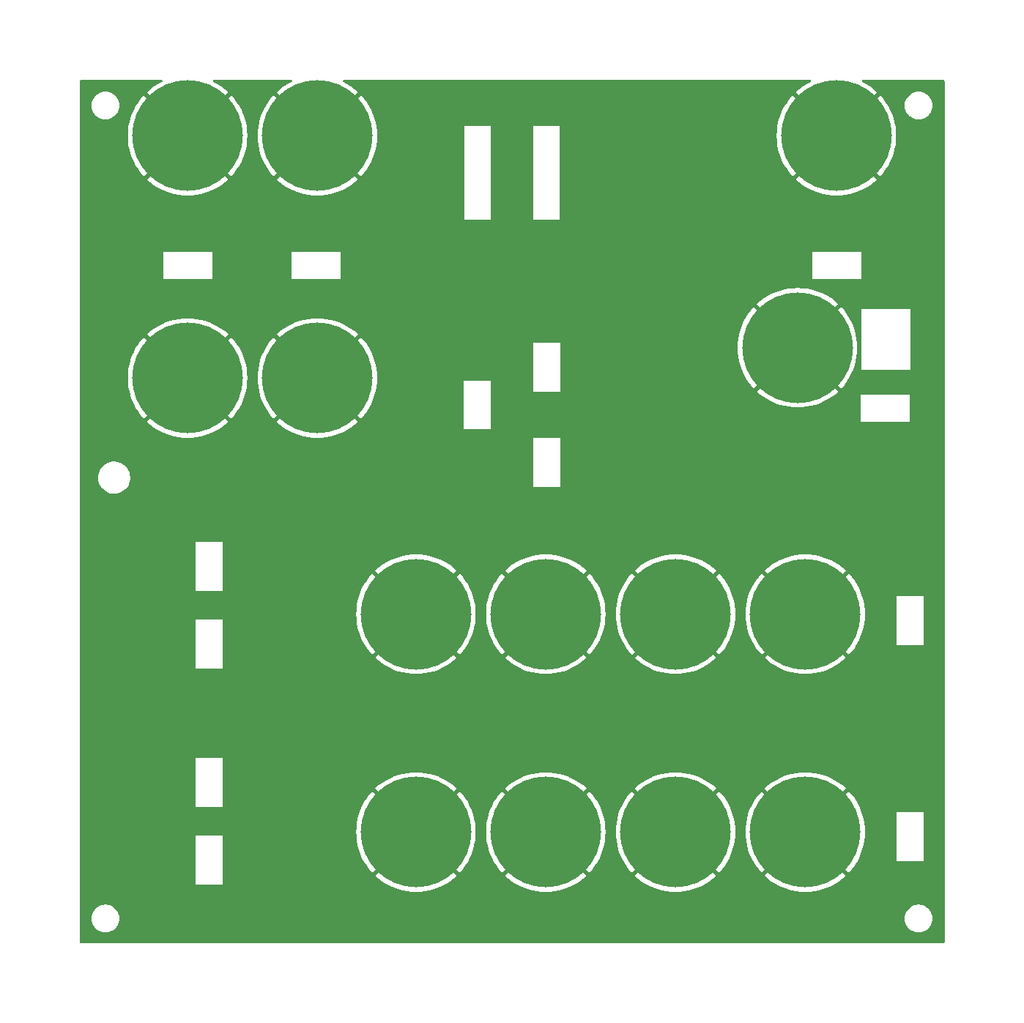
<source format=gbr>
%TF.GenerationSoftware,KiCad,Pcbnew,7.0.9*%
%TF.CreationDate,2024-04-28T21:16:15+01:00*%
%TF.ProjectId,Esp32EduModular-Panel,45737033-3245-4647-954d-6f64756c6172,rev?*%
%TF.SameCoordinates,Original*%
%TF.FileFunction,Copper,L2,Bot*%
%TF.FilePolarity,Positive*%
%FSLAX46Y46*%
G04 Gerber Fmt 4.6, Leading zero omitted, Abs format (unit mm)*
G04 Created by KiCad (PCBNEW 7.0.9) date 2024-04-28 21:16:15*
%MOMM*%
%LPD*%
G01*
G04 APERTURE LIST*
%TA.AperFunction,ComponentPad*%
%ADD10C,12.800562*%
%TD*%
G04 APERTURE END LIST*
D10*
%TO.P,H5,1,1*%
%TO.N,GND*%
X103900000Y-111800000D03*
%TD*%
%TO.P,H8,1,1*%
%TO.N,GND*%
X62500000Y-84500000D03*
%TD*%
%TO.P,H14,1,1*%
%TO.N,GND*%
X133900000Y-137000000D03*
%TD*%
%TO.P,H4,1,1*%
%TO.N,GND*%
X77500000Y-56500000D03*
%TD*%
%TO.P,H1,1,1*%
%TO.N,GND*%
X133000000Y-81000000D03*
%TD*%
%TO.P,H9,1,1*%
%TO.N,GND*%
X77500000Y-84500000D03*
%TD*%
%TO.P,H3,1,1*%
%TO.N,GND*%
X88900000Y-111800000D03*
%TD*%
%TO.P,H12,1,1*%
%TO.N,GND*%
X103900000Y-137000000D03*
%TD*%
%TO.P,H10,1,1*%
%TO.N,GND*%
X133900000Y-111800000D03*
%TD*%
%TO.P,H6,1,1*%
%TO.N,GND*%
X137500000Y-56500000D03*
%TD*%
%TO.P,H13,1,1*%
%TO.N,GND*%
X118900000Y-137000000D03*
%TD*%
%TO.P,H7,1,1*%
%TO.N,GND*%
X118900000Y-111800000D03*
%TD*%
%TO.P,H11,1,1*%
%TO.N,GND*%
X88900000Y-137000000D03*
%TD*%
%TO.P,H2,1,1*%
%TO.N,GND*%
X62500000Y-56500000D03*
%TD*%
%TA.AperFunction,Conductor*%
%TO.N,GND*%
G36*
X59528446Y-50057685D02*
G01*
X59574201Y-50110489D01*
X59584145Y-50179647D01*
X59555120Y-50243203D01*
X59510992Y-50275654D01*
X59503979Y-50278714D01*
X59503980Y-50278714D01*
X59047448Y-50519997D01*
X59047449Y-50519996D01*
X58610216Y-50794728D01*
X58194737Y-51101366D01*
X57803327Y-51438200D01*
X57797540Y-51443986D01*
X57797539Y-51443986D01*
X59712031Y-53358478D01*
X59526570Y-53526570D01*
X59358478Y-53712031D01*
X57443986Y-51797539D01*
X57443986Y-51797540D01*
X57438200Y-51803327D01*
X57101366Y-52194737D01*
X56794728Y-52610216D01*
X56519996Y-53047449D01*
X56519997Y-53047448D01*
X56278714Y-53503980D01*
X56072213Y-53977284D01*
X56072212Y-53977284D01*
X55901665Y-54464682D01*
X55901665Y-54464681D01*
X55768016Y-54963466D01*
X55672013Y-55470855D01*
X55614197Y-55983985D01*
X55594890Y-56500000D01*
X55614197Y-57016015D01*
X55672013Y-57529145D01*
X55768016Y-58036534D01*
X55901665Y-58535319D01*
X55901665Y-58535318D01*
X56072212Y-59022716D01*
X56072213Y-59022716D01*
X56278714Y-59496020D01*
X56519997Y-59952552D01*
X56519996Y-59952551D01*
X56794728Y-60389784D01*
X57101366Y-60805263D01*
X57438194Y-61196666D01*
X57443987Y-61202459D01*
X59358477Y-59287968D01*
X59526570Y-59473430D01*
X59712030Y-59641521D01*
X57797540Y-61556012D01*
X57803334Y-61561806D01*
X58194737Y-61898634D01*
X58610216Y-62205272D01*
X59047449Y-62480004D01*
X59047448Y-62480003D01*
X59503980Y-62721286D01*
X59977284Y-62927787D01*
X59977284Y-62927788D01*
X60464682Y-63098335D01*
X60464681Y-63098335D01*
X60963466Y-63231984D01*
X61470855Y-63327987D01*
X61983985Y-63385803D01*
X62500000Y-63405110D01*
X63016015Y-63385803D01*
X63529145Y-63327987D01*
X64036534Y-63231984D01*
X64535319Y-63098335D01*
X64535318Y-63098335D01*
X65022716Y-62927788D01*
X65022716Y-62927787D01*
X65496020Y-62721286D01*
X65952552Y-62480003D01*
X65952551Y-62480004D01*
X66389784Y-62205272D01*
X66805263Y-61898634D01*
X67196673Y-61561799D01*
X67196673Y-61561800D01*
X67202459Y-61556012D01*
X65287968Y-59641521D01*
X65473430Y-59473430D01*
X65641521Y-59287969D01*
X67556010Y-61202458D01*
X67556012Y-61202459D01*
X67561800Y-61196673D01*
X67561799Y-61196673D01*
X67898634Y-60805263D01*
X68205272Y-60389784D01*
X68480004Y-59952551D01*
X68480003Y-59952552D01*
X68721286Y-59496020D01*
X68927787Y-59022716D01*
X68927788Y-59022716D01*
X69098335Y-58535318D01*
X69098335Y-58535319D01*
X69231984Y-58036534D01*
X69327987Y-57529145D01*
X69385803Y-57016015D01*
X69405110Y-56500000D01*
X69385803Y-55983985D01*
X69327987Y-55470855D01*
X69231984Y-54963466D01*
X69098335Y-54464681D01*
X69098335Y-54464682D01*
X68927788Y-53977284D01*
X68927787Y-53977284D01*
X68721286Y-53503980D01*
X68480003Y-53047448D01*
X68480004Y-53047449D01*
X68205272Y-52610216D01*
X67898634Y-52194737D01*
X67561806Y-51803334D01*
X67556012Y-51797540D01*
X65641521Y-53712030D01*
X65473430Y-53526570D01*
X65287968Y-53358478D01*
X67202459Y-51443988D01*
X67202459Y-51443987D01*
X67196666Y-51438195D01*
X67196666Y-51438194D01*
X66805263Y-51101366D01*
X66389784Y-50794728D01*
X65952551Y-50519996D01*
X65952552Y-50519997D01*
X65496020Y-50278714D01*
X65496021Y-50278714D01*
X65489008Y-50275654D01*
X65435433Y-50230804D01*
X65414611Y-50164109D01*
X65433152Y-50096745D01*
X65485170Y-50050098D01*
X65538593Y-50038000D01*
X74461407Y-50038000D01*
X74528446Y-50057685D01*
X74574201Y-50110489D01*
X74584145Y-50179647D01*
X74555120Y-50243203D01*
X74510992Y-50275654D01*
X74503979Y-50278714D01*
X74503980Y-50278714D01*
X74047448Y-50519997D01*
X74047449Y-50519996D01*
X73610216Y-50794728D01*
X73194737Y-51101366D01*
X72803327Y-51438200D01*
X72797540Y-51443986D01*
X72797539Y-51443986D01*
X74712031Y-53358478D01*
X74526570Y-53526570D01*
X74358478Y-53712031D01*
X72443986Y-51797539D01*
X72443986Y-51797540D01*
X72438200Y-51803327D01*
X72101366Y-52194737D01*
X71794728Y-52610216D01*
X71519996Y-53047449D01*
X71519997Y-53047448D01*
X71278714Y-53503980D01*
X71072213Y-53977284D01*
X71072212Y-53977284D01*
X70901665Y-54464682D01*
X70901665Y-54464681D01*
X70768016Y-54963466D01*
X70672013Y-55470855D01*
X70614197Y-55983985D01*
X70594890Y-56500000D01*
X70614197Y-57016015D01*
X70672013Y-57529145D01*
X70768016Y-58036534D01*
X70901665Y-58535319D01*
X70901665Y-58535318D01*
X71072212Y-59022716D01*
X71072213Y-59022716D01*
X71278714Y-59496020D01*
X71519997Y-59952552D01*
X71519996Y-59952551D01*
X71794728Y-60389784D01*
X72101366Y-60805263D01*
X72438194Y-61196666D01*
X72443987Y-61202459D01*
X74358477Y-59287968D01*
X74526570Y-59473430D01*
X74712030Y-59641521D01*
X72797540Y-61556012D01*
X72803334Y-61561806D01*
X73194737Y-61898634D01*
X73610216Y-62205272D01*
X74047449Y-62480004D01*
X74047448Y-62480003D01*
X74503980Y-62721286D01*
X74977284Y-62927787D01*
X74977284Y-62927788D01*
X75464682Y-63098335D01*
X75464681Y-63098335D01*
X75963466Y-63231984D01*
X76470855Y-63327987D01*
X76983985Y-63385803D01*
X77500000Y-63405110D01*
X78016015Y-63385803D01*
X78529145Y-63327987D01*
X79036534Y-63231984D01*
X79535319Y-63098335D01*
X79535318Y-63098335D01*
X80022716Y-62927788D01*
X80022716Y-62927787D01*
X80496020Y-62721286D01*
X80952552Y-62480003D01*
X80952551Y-62480004D01*
X81389784Y-62205272D01*
X81805263Y-61898634D01*
X82196673Y-61561799D01*
X82196673Y-61561800D01*
X82202459Y-61556012D01*
X80287968Y-59641521D01*
X80473430Y-59473430D01*
X80641521Y-59287969D01*
X82556010Y-61202458D01*
X82556012Y-61202459D01*
X82561800Y-61196673D01*
X82561799Y-61196673D01*
X82898634Y-60805263D01*
X83205272Y-60389784D01*
X83480004Y-59952551D01*
X83480003Y-59952552D01*
X83721286Y-59496020D01*
X83927787Y-59022716D01*
X83927788Y-59022716D01*
X84098335Y-58535318D01*
X84098335Y-58535319D01*
X84231984Y-58036534D01*
X84327987Y-57529145D01*
X84385803Y-57016015D01*
X84405110Y-56500000D01*
X84385803Y-55983985D01*
X84327987Y-55470855D01*
X84231984Y-54963466D01*
X84098335Y-54464681D01*
X84098335Y-54464682D01*
X83927788Y-53977284D01*
X83927787Y-53977284D01*
X83721286Y-53503980D01*
X83480003Y-53047448D01*
X83480004Y-53047449D01*
X83205272Y-52610216D01*
X82898634Y-52194737D01*
X82561806Y-51803334D01*
X82556012Y-51797540D01*
X80641521Y-53712030D01*
X80473430Y-53526570D01*
X80287968Y-53358478D01*
X82202459Y-51443988D01*
X82202459Y-51443987D01*
X82196666Y-51438195D01*
X82196666Y-51438194D01*
X81805263Y-51101366D01*
X81389784Y-50794728D01*
X80952551Y-50519996D01*
X80952552Y-50519997D01*
X80496020Y-50278714D01*
X80496021Y-50278714D01*
X80489008Y-50275654D01*
X80435433Y-50230804D01*
X80414611Y-50164109D01*
X80433152Y-50096745D01*
X80485170Y-50050098D01*
X80538593Y-50038000D01*
X134461407Y-50038000D01*
X134528446Y-50057685D01*
X134574201Y-50110489D01*
X134584145Y-50179647D01*
X134555120Y-50243203D01*
X134510992Y-50275654D01*
X134503979Y-50278714D01*
X134503980Y-50278714D01*
X134047448Y-50519997D01*
X134047449Y-50519996D01*
X133610216Y-50794728D01*
X133194737Y-51101366D01*
X132803327Y-51438200D01*
X132797540Y-51443986D01*
X132797539Y-51443986D01*
X134712031Y-53358478D01*
X134526570Y-53526570D01*
X134358478Y-53712031D01*
X132443986Y-51797539D01*
X132443986Y-51797540D01*
X132438200Y-51803327D01*
X132101366Y-52194737D01*
X131794728Y-52610216D01*
X131519996Y-53047449D01*
X131519997Y-53047448D01*
X131278714Y-53503980D01*
X131072213Y-53977284D01*
X131072212Y-53977284D01*
X130901665Y-54464682D01*
X130901665Y-54464681D01*
X130768016Y-54963466D01*
X130672013Y-55470855D01*
X130614197Y-55983985D01*
X130594890Y-56500000D01*
X130614197Y-57016015D01*
X130672013Y-57529145D01*
X130768016Y-58036534D01*
X130901665Y-58535319D01*
X130901665Y-58535318D01*
X131072212Y-59022716D01*
X131072213Y-59022716D01*
X131278714Y-59496020D01*
X131519997Y-59952552D01*
X131519996Y-59952551D01*
X131794728Y-60389784D01*
X132101366Y-60805263D01*
X132438194Y-61196666D01*
X132443987Y-61202459D01*
X134358477Y-59287968D01*
X134526570Y-59473430D01*
X134712030Y-59641521D01*
X132797540Y-61556012D01*
X132803334Y-61561806D01*
X133194737Y-61898634D01*
X133610216Y-62205272D01*
X134047449Y-62480004D01*
X134047448Y-62480003D01*
X134503980Y-62721286D01*
X134977284Y-62927787D01*
X134977284Y-62927788D01*
X135464682Y-63098335D01*
X135464681Y-63098335D01*
X135963466Y-63231984D01*
X136470855Y-63327987D01*
X136983985Y-63385803D01*
X137500000Y-63405110D01*
X138016015Y-63385803D01*
X138529145Y-63327987D01*
X139036534Y-63231984D01*
X139535319Y-63098335D01*
X139535318Y-63098335D01*
X140022716Y-62927788D01*
X140022716Y-62927787D01*
X140496020Y-62721286D01*
X140952552Y-62480003D01*
X140952551Y-62480004D01*
X141389784Y-62205272D01*
X141805263Y-61898634D01*
X142196673Y-61561799D01*
X142196673Y-61561800D01*
X142202459Y-61556012D01*
X140287968Y-59641521D01*
X140473430Y-59473430D01*
X140641521Y-59287968D01*
X142556012Y-61202459D01*
X142561800Y-61196673D01*
X142561799Y-61196673D01*
X142898634Y-60805263D01*
X143205272Y-60389784D01*
X143480004Y-59952551D01*
X143480003Y-59952552D01*
X143721286Y-59496020D01*
X143927787Y-59022716D01*
X143927788Y-59022716D01*
X144098335Y-58535318D01*
X144098335Y-58535319D01*
X144231984Y-58036534D01*
X144327987Y-57529145D01*
X144385803Y-57016015D01*
X144405110Y-56500000D01*
X144385803Y-55983985D01*
X144327987Y-55470855D01*
X144231984Y-54963466D01*
X144098335Y-54464681D01*
X144098335Y-54464682D01*
X143927788Y-53977284D01*
X143927787Y-53977284D01*
X143721286Y-53503980D01*
X143480003Y-53047448D01*
X143480004Y-53047449D01*
X143450190Y-53000000D01*
X145394551Y-53000000D01*
X145414317Y-53251151D01*
X145473126Y-53496110D01*
X145569533Y-53728859D01*
X145701160Y-53943653D01*
X145701161Y-53943656D01*
X145701164Y-53943659D01*
X145864776Y-54135224D01*
X146013066Y-54261875D01*
X146056343Y-54298838D01*
X146056346Y-54298839D01*
X146271140Y-54430466D01*
X146481854Y-54517746D01*
X146503889Y-54526873D01*
X146748852Y-54585683D01*
X146904950Y-54597968D01*
X146937116Y-54600500D01*
X146937118Y-54600500D01*
X147062884Y-54600500D01*
X147092518Y-54598167D01*
X147251148Y-54585683D01*
X147496111Y-54526873D01*
X147728859Y-54430466D01*
X147943659Y-54298836D01*
X148135224Y-54135224D01*
X148298836Y-53943659D01*
X148430466Y-53728859D01*
X148526873Y-53496111D01*
X148585683Y-53251148D01*
X148605449Y-53000000D01*
X148585683Y-52748852D01*
X148526873Y-52503889D01*
X148430466Y-52271141D01*
X148430466Y-52271140D01*
X148298839Y-52056346D01*
X148298838Y-52056343D01*
X148261875Y-52013066D01*
X148135224Y-51864776D01*
X148008571Y-51756604D01*
X147943656Y-51701161D01*
X147943653Y-51701160D01*
X147728859Y-51569533D01*
X147496110Y-51473126D01*
X147251150Y-51414317D01*
X147062884Y-51399500D01*
X147062882Y-51399500D01*
X146937118Y-51399500D01*
X146937116Y-51399500D01*
X146748849Y-51414317D01*
X146503889Y-51473126D01*
X146271140Y-51569533D01*
X146056346Y-51701160D01*
X146056343Y-51701161D01*
X145864776Y-51864776D01*
X145701161Y-52056343D01*
X145701160Y-52056346D01*
X145569533Y-52271140D01*
X145473126Y-52503889D01*
X145414317Y-52748848D01*
X145394551Y-53000000D01*
X143450190Y-53000000D01*
X143205272Y-52610216D01*
X142898634Y-52194737D01*
X142561806Y-51803334D01*
X142556012Y-51797540D01*
X140641521Y-53712030D01*
X140473430Y-53526570D01*
X140287968Y-53358478D01*
X142202459Y-51443988D01*
X142202459Y-51443987D01*
X142196666Y-51438195D01*
X142196666Y-51438194D01*
X141805263Y-51101366D01*
X141389784Y-50794728D01*
X140952551Y-50519996D01*
X140952552Y-50519997D01*
X140496020Y-50278714D01*
X140496021Y-50278714D01*
X140489008Y-50275654D01*
X140435433Y-50230804D01*
X140414611Y-50164109D01*
X140433152Y-50096745D01*
X140485170Y-50050098D01*
X140538593Y-50038000D01*
X149875500Y-50038000D01*
X149942539Y-50057685D01*
X149988294Y-50110489D01*
X149999500Y-50162000D01*
X149999500Y-149736000D01*
X149979815Y-149803039D01*
X149927011Y-149848794D01*
X149875500Y-149860000D01*
X50162000Y-149860000D01*
X50094961Y-149840315D01*
X50049206Y-149787511D01*
X50038000Y-149736000D01*
X50038000Y-147000000D01*
X51394551Y-147000000D01*
X51414317Y-147251151D01*
X51473126Y-147496110D01*
X51569533Y-147728859D01*
X51701160Y-147943653D01*
X51701161Y-147943656D01*
X51701164Y-147943659D01*
X51864776Y-148135224D01*
X52013066Y-148261875D01*
X52056343Y-148298838D01*
X52056346Y-148298839D01*
X52271140Y-148430466D01*
X52503889Y-148526873D01*
X52748852Y-148585683D01*
X52904950Y-148597968D01*
X52937116Y-148600500D01*
X52937118Y-148600500D01*
X53062884Y-148600500D01*
X53092518Y-148598167D01*
X53251148Y-148585683D01*
X53496111Y-148526873D01*
X53728859Y-148430466D01*
X53943659Y-148298836D01*
X54135224Y-148135224D01*
X54298836Y-147943659D01*
X54430466Y-147728859D01*
X54526873Y-147496111D01*
X54585683Y-147251148D01*
X54605449Y-147000000D01*
X145394551Y-147000000D01*
X145414317Y-147251151D01*
X145473126Y-147496110D01*
X145569533Y-147728859D01*
X145701160Y-147943653D01*
X145701161Y-147943656D01*
X145701164Y-147943659D01*
X145864776Y-148135224D01*
X146013066Y-148261875D01*
X146056343Y-148298838D01*
X146056346Y-148298839D01*
X146271140Y-148430466D01*
X146503889Y-148526873D01*
X146748852Y-148585683D01*
X146904950Y-148597968D01*
X146937116Y-148600500D01*
X146937118Y-148600500D01*
X147062884Y-148600500D01*
X147092518Y-148598167D01*
X147251148Y-148585683D01*
X147496111Y-148526873D01*
X147728859Y-148430466D01*
X147943659Y-148298836D01*
X148135224Y-148135224D01*
X148298836Y-147943659D01*
X148430466Y-147728859D01*
X148526873Y-147496111D01*
X148585683Y-147251148D01*
X148605449Y-147000000D01*
X148585683Y-146748852D01*
X148526873Y-146503889D01*
X148430466Y-146271141D01*
X148430466Y-146271140D01*
X148298839Y-146056346D01*
X148298838Y-146056343D01*
X148261875Y-146013066D01*
X148135224Y-145864776D01*
X148008571Y-145756604D01*
X147943656Y-145701161D01*
X147943653Y-145701160D01*
X147728859Y-145569533D01*
X147496110Y-145473126D01*
X147251150Y-145414317D01*
X147062884Y-145399500D01*
X147062882Y-145399500D01*
X146937118Y-145399500D01*
X146937116Y-145399500D01*
X146748849Y-145414317D01*
X146503889Y-145473126D01*
X146271140Y-145569533D01*
X146056346Y-145701160D01*
X146056343Y-145701161D01*
X145864776Y-145864776D01*
X145701161Y-146056343D01*
X145701160Y-146056346D01*
X145569533Y-146271140D01*
X145473126Y-146503889D01*
X145414317Y-146748848D01*
X145394551Y-147000000D01*
X54605449Y-147000000D01*
X54585683Y-146748852D01*
X54526873Y-146503889D01*
X54430466Y-146271141D01*
X54430466Y-146271140D01*
X54298839Y-146056346D01*
X54298838Y-146056343D01*
X54261875Y-146013066D01*
X54135224Y-145864776D01*
X54008571Y-145756604D01*
X53943656Y-145701161D01*
X53943653Y-145701160D01*
X53728859Y-145569533D01*
X53496110Y-145473126D01*
X53251150Y-145414317D01*
X53062884Y-145399500D01*
X53062882Y-145399500D01*
X52937118Y-145399500D01*
X52937116Y-145399500D01*
X52748849Y-145414317D01*
X52503889Y-145473126D01*
X52271140Y-145569533D01*
X52056346Y-145701160D01*
X52056343Y-145701161D01*
X51864776Y-145864776D01*
X51701161Y-146056343D01*
X51701160Y-146056346D01*
X51569533Y-146271140D01*
X51473126Y-146503889D01*
X51414317Y-146748848D01*
X51394551Y-147000000D01*
X50038000Y-147000000D01*
X50038000Y-143078698D01*
X63423799Y-143078698D01*
X63423842Y-143102810D01*
X63423883Y-143102908D01*
X63423999Y-143103191D01*
X63424001Y-143103193D01*
X63424191Y-143103271D01*
X63424383Y-143103350D01*
X63424385Y-143103348D01*
X63448999Y-143103333D01*
X63448999Y-143103337D01*
X63449143Y-143103309D01*
X66525240Y-143103309D01*
X66525383Y-143103337D01*
X66525384Y-143103333D01*
X66549997Y-143103348D01*
X66550000Y-143103350D01*
X66550383Y-143103192D01*
X66550500Y-143102908D01*
X66550541Y-143102809D01*
X66550540Y-143102806D01*
X66550583Y-143078698D01*
X66550500Y-143078276D01*
X66550500Y-137461951D01*
X66550528Y-137461808D01*
X66550524Y-137461808D01*
X66550539Y-137437194D01*
X66550541Y-137437192D01*
X66550462Y-137437000D01*
X66550384Y-137436810D01*
X66550382Y-137436808D01*
X66550099Y-137436692D01*
X66550000Y-137436651D01*
X66525446Y-137436651D01*
X66525240Y-137436692D01*
X63449143Y-137436692D01*
X63448937Y-137436651D01*
X63424383Y-137436651D01*
X63424284Y-137436692D01*
X63424000Y-137436808D01*
X63423998Y-137436810D01*
X63423842Y-137437191D01*
X63423859Y-137461808D01*
X63423854Y-137461808D01*
X63423883Y-137461951D01*
X63423883Y-143078276D01*
X63423799Y-143078698D01*
X50038000Y-143078698D01*
X50038000Y-137000000D01*
X81994890Y-137000000D01*
X82014197Y-137516015D01*
X82072013Y-138029145D01*
X82168016Y-138536534D01*
X82301665Y-139035319D01*
X82301665Y-139035318D01*
X82472212Y-139522716D01*
X82472213Y-139522716D01*
X82678714Y-139996020D01*
X82919997Y-140452552D01*
X82919996Y-140452551D01*
X83194728Y-140889784D01*
X83501366Y-141305263D01*
X83838194Y-141696666D01*
X83843987Y-141702459D01*
X85758477Y-139787968D01*
X85926570Y-139973430D01*
X86112030Y-140141521D01*
X84197540Y-142056012D01*
X84203334Y-142061806D01*
X84594737Y-142398634D01*
X85010216Y-142705272D01*
X85447449Y-142980004D01*
X85447448Y-142980003D01*
X85903980Y-143221286D01*
X86377284Y-143427787D01*
X86377284Y-143427788D01*
X86864682Y-143598335D01*
X86864681Y-143598335D01*
X87363466Y-143731984D01*
X87870855Y-143827987D01*
X88383985Y-143885803D01*
X88900000Y-143905110D01*
X89416015Y-143885803D01*
X89929145Y-143827987D01*
X90436534Y-143731984D01*
X90935319Y-143598335D01*
X90935318Y-143598335D01*
X91422716Y-143427788D01*
X91422716Y-143427787D01*
X91896020Y-143221286D01*
X92352552Y-142980003D01*
X92352551Y-142980004D01*
X92789784Y-142705272D01*
X93205263Y-142398634D01*
X93596673Y-142061799D01*
X93596673Y-142061800D01*
X93602459Y-142056012D01*
X91687968Y-140141521D01*
X91873430Y-139973430D01*
X92041521Y-139787968D01*
X93956012Y-141702459D01*
X93961800Y-141696673D01*
X93961799Y-141696673D01*
X94298634Y-141305263D01*
X94605272Y-140889784D01*
X94880004Y-140452551D01*
X94880003Y-140452552D01*
X95121286Y-139996020D01*
X95327787Y-139522716D01*
X95327788Y-139522716D01*
X95498335Y-139035318D01*
X95498335Y-139035319D01*
X95631984Y-138536534D01*
X95727987Y-138029145D01*
X95785803Y-137516015D01*
X95805110Y-137000000D01*
X96994890Y-137000000D01*
X97014197Y-137516015D01*
X97072013Y-138029145D01*
X97168016Y-138536534D01*
X97301665Y-139035319D01*
X97301665Y-139035318D01*
X97472212Y-139522716D01*
X97472213Y-139522716D01*
X97678714Y-139996020D01*
X97919997Y-140452552D01*
X97919996Y-140452551D01*
X98194728Y-140889784D01*
X98501366Y-141305263D01*
X98838194Y-141696666D01*
X98843987Y-141702459D01*
X100758477Y-139787968D01*
X100926570Y-139973430D01*
X101112030Y-140141521D01*
X99197540Y-142056012D01*
X99203334Y-142061806D01*
X99594737Y-142398634D01*
X100010216Y-142705272D01*
X100447449Y-142980004D01*
X100447448Y-142980003D01*
X100903980Y-143221286D01*
X101377284Y-143427787D01*
X101377284Y-143427788D01*
X101864682Y-143598335D01*
X101864681Y-143598335D01*
X102363466Y-143731984D01*
X102870855Y-143827987D01*
X103383985Y-143885803D01*
X103900000Y-143905110D01*
X104416015Y-143885803D01*
X104929145Y-143827987D01*
X105436534Y-143731984D01*
X105935319Y-143598335D01*
X105935318Y-143598335D01*
X106422716Y-143427788D01*
X106422716Y-143427787D01*
X106896020Y-143221286D01*
X107352552Y-142980003D01*
X107352551Y-142980004D01*
X107789784Y-142705272D01*
X108205263Y-142398634D01*
X108596673Y-142061799D01*
X108596673Y-142061800D01*
X108602459Y-142056012D01*
X106687968Y-140141521D01*
X106873430Y-139973430D01*
X107041521Y-139787968D01*
X108956012Y-141702459D01*
X108961800Y-141696673D01*
X108961799Y-141696673D01*
X109298634Y-141305263D01*
X109605272Y-140889784D01*
X109880004Y-140452551D01*
X109880003Y-140452552D01*
X110121286Y-139996020D01*
X110327787Y-139522716D01*
X110327788Y-139522716D01*
X110498335Y-139035318D01*
X110498335Y-139035319D01*
X110631984Y-138536534D01*
X110727987Y-138029145D01*
X110785803Y-137516015D01*
X110805110Y-137000000D01*
X111994890Y-137000000D01*
X112014197Y-137516015D01*
X112072013Y-138029145D01*
X112168016Y-138536534D01*
X112301665Y-139035319D01*
X112301665Y-139035318D01*
X112472212Y-139522716D01*
X112472213Y-139522716D01*
X112678714Y-139996020D01*
X112919997Y-140452552D01*
X112919996Y-140452551D01*
X113194728Y-140889784D01*
X113501366Y-141305263D01*
X113838194Y-141696666D01*
X113843987Y-141702459D01*
X115758477Y-139787968D01*
X115926570Y-139973430D01*
X116112030Y-140141521D01*
X114197540Y-142056011D01*
X114203334Y-142061805D01*
X114203334Y-142061806D01*
X114594737Y-142398634D01*
X115010216Y-142705272D01*
X115447449Y-142980004D01*
X115447448Y-142980003D01*
X115903980Y-143221286D01*
X116377284Y-143427787D01*
X116377284Y-143427788D01*
X116864682Y-143598335D01*
X116864681Y-143598335D01*
X117363466Y-143731984D01*
X117870855Y-143827987D01*
X118383985Y-143885803D01*
X118900000Y-143905110D01*
X119416015Y-143885803D01*
X119929145Y-143827987D01*
X120436534Y-143731984D01*
X120935319Y-143598335D01*
X120935318Y-143598335D01*
X121422716Y-143427788D01*
X121422716Y-143427787D01*
X121896020Y-143221286D01*
X122352552Y-142980003D01*
X122352551Y-142980004D01*
X122789784Y-142705272D01*
X123205263Y-142398634D01*
X123596673Y-142061799D01*
X123596673Y-142061800D01*
X123602459Y-142056012D01*
X121687968Y-140141521D01*
X121873430Y-139973430D01*
X122041521Y-139787969D01*
X123956010Y-141702458D01*
X123956012Y-141702459D01*
X123961800Y-141696673D01*
X123961799Y-141696673D01*
X124298634Y-141305263D01*
X124605272Y-140889784D01*
X124880004Y-140452551D01*
X124880003Y-140452552D01*
X125121286Y-139996020D01*
X125327787Y-139522716D01*
X125327788Y-139522716D01*
X125498335Y-139035318D01*
X125498335Y-139035319D01*
X125631984Y-138536534D01*
X125727987Y-138029145D01*
X125785803Y-137516015D01*
X125805110Y-137000000D01*
X126994890Y-137000000D01*
X127014197Y-137516015D01*
X127072013Y-138029145D01*
X127168016Y-138536534D01*
X127301665Y-139035319D01*
X127301665Y-139035318D01*
X127472212Y-139522716D01*
X127472213Y-139522716D01*
X127678714Y-139996020D01*
X127919997Y-140452552D01*
X127919996Y-140452551D01*
X128194728Y-140889784D01*
X128501366Y-141305263D01*
X128838194Y-141696666D01*
X128843987Y-141702459D01*
X130758477Y-139787968D01*
X130926570Y-139973430D01*
X131112030Y-140141521D01*
X129197540Y-142056012D01*
X129203334Y-142061806D01*
X129594737Y-142398634D01*
X130010216Y-142705272D01*
X130447449Y-142980004D01*
X130447448Y-142980003D01*
X130903980Y-143221286D01*
X131377284Y-143427787D01*
X131377284Y-143427788D01*
X131864682Y-143598335D01*
X131864681Y-143598335D01*
X132363466Y-143731984D01*
X132870855Y-143827987D01*
X133383985Y-143885803D01*
X133900000Y-143905110D01*
X134416015Y-143885803D01*
X134929145Y-143827987D01*
X135436534Y-143731984D01*
X135935319Y-143598335D01*
X135935318Y-143598335D01*
X136422716Y-143427788D01*
X136422716Y-143427787D01*
X136896020Y-143221286D01*
X137352552Y-142980003D01*
X137352551Y-142980004D01*
X137789784Y-142705272D01*
X138205263Y-142398634D01*
X138596673Y-142061799D01*
X138596673Y-142061800D01*
X138602459Y-142056012D01*
X136687968Y-140141521D01*
X136873430Y-139973430D01*
X137041521Y-139787969D01*
X138956010Y-141702458D01*
X138956012Y-141702459D01*
X138961800Y-141696673D01*
X138961799Y-141696673D01*
X139298634Y-141305263D01*
X139605272Y-140889784D01*
X139880004Y-140452551D01*
X139880003Y-140452552D01*
X139945461Y-140328698D01*
X144433799Y-140328698D01*
X144433842Y-140352810D01*
X144433883Y-140352908D01*
X144433999Y-140353191D01*
X144434001Y-140353193D01*
X144434191Y-140353271D01*
X144434383Y-140353350D01*
X144434385Y-140353348D01*
X144458999Y-140353333D01*
X144458999Y-140353337D01*
X144459143Y-140353309D01*
X147535240Y-140353309D01*
X147535383Y-140353337D01*
X147535384Y-140353333D01*
X147559997Y-140353348D01*
X147560000Y-140353350D01*
X147560383Y-140353192D01*
X147560500Y-140352908D01*
X147560541Y-140352809D01*
X147560540Y-140352806D01*
X147560583Y-140328698D01*
X147560500Y-140328276D01*
X147560500Y-134711951D01*
X147560528Y-134711808D01*
X147560524Y-134711808D01*
X147560539Y-134687194D01*
X147560541Y-134687192D01*
X147560462Y-134687000D01*
X147560384Y-134686810D01*
X147560382Y-134686808D01*
X147560099Y-134686692D01*
X147560000Y-134686651D01*
X147535446Y-134686651D01*
X147535240Y-134686692D01*
X144459143Y-134686692D01*
X144458937Y-134686651D01*
X144434383Y-134686651D01*
X144434284Y-134686692D01*
X144434000Y-134686808D01*
X144433998Y-134686810D01*
X144433842Y-134687191D01*
X144433859Y-134711808D01*
X144433854Y-134711808D01*
X144433883Y-134711951D01*
X144433883Y-140328276D01*
X144433799Y-140328698D01*
X139945461Y-140328698D01*
X140121286Y-139996020D01*
X140327787Y-139522716D01*
X140327788Y-139522716D01*
X140498335Y-139035318D01*
X140498335Y-139035319D01*
X140631984Y-138536534D01*
X140727987Y-138029145D01*
X140785803Y-137516015D01*
X140805110Y-137000000D01*
X140785803Y-136483985D01*
X140727987Y-135970855D01*
X140631984Y-135463466D01*
X140498335Y-134964681D01*
X140498335Y-134964682D01*
X140327788Y-134477284D01*
X140327787Y-134477284D01*
X140121286Y-134003980D01*
X139880003Y-133547448D01*
X139880004Y-133547449D01*
X139605272Y-133110216D01*
X139298634Y-132694737D01*
X138961806Y-132303334D01*
X138956012Y-132297540D01*
X137041521Y-134212030D01*
X136873430Y-134026570D01*
X136687968Y-133858478D01*
X138602459Y-131943988D01*
X138602459Y-131943987D01*
X138596666Y-131938195D01*
X138596666Y-131938194D01*
X138205263Y-131601366D01*
X137789784Y-131294728D01*
X137352551Y-131019996D01*
X137352552Y-131019997D01*
X136896020Y-130778714D01*
X136422716Y-130572213D01*
X136422716Y-130572212D01*
X135935318Y-130401665D01*
X135935319Y-130401665D01*
X135436534Y-130268016D01*
X134929145Y-130172013D01*
X134416015Y-130114197D01*
X133900000Y-130094890D01*
X133383985Y-130114197D01*
X132870855Y-130172013D01*
X132363466Y-130268016D01*
X131864681Y-130401665D01*
X131864682Y-130401665D01*
X131377284Y-130572212D01*
X131377284Y-130572213D01*
X130903980Y-130778714D01*
X130447448Y-131019997D01*
X130447449Y-131019996D01*
X130010216Y-131294728D01*
X129594737Y-131601366D01*
X129203327Y-131938200D01*
X129197540Y-131943986D01*
X129197539Y-131943986D01*
X131112031Y-133858478D01*
X130926570Y-134026570D01*
X130758478Y-134212031D01*
X128843986Y-132297539D01*
X128843986Y-132297540D01*
X128838200Y-132303327D01*
X128501366Y-132694737D01*
X128194728Y-133110216D01*
X127919996Y-133547449D01*
X127919997Y-133547448D01*
X127678714Y-134003980D01*
X127472213Y-134477284D01*
X127472212Y-134477284D01*
X127301665Y-134964682D01*
X127301665Y-134964681D01*
X127168016Y-135463466D01*
X127072013Y-135970855D01*
X127014197Y-136483985D01*
X126994890Y-137000000D01*
X125805110Y-137000000D01*
X125785803Y-136483985D01*
X125727987Y-135970855D01*
X125631984Y-135463466D01*
X125498335Y-134964681D01*
X125498335Y-134964682D01*
X125327788Y-134477284D01*
X125327787Y-134477284D01*
X125121286Y-134003980D01*
X124880003Y-133547448D01*
X124880004Y-133547449D01*
X124605272Y-133110216D01*
X124298634Y-132694737D01*
X123961806Y-132303334D01*
X123956012Y-132297540D01*
X122041521Y-134212030D01*
X121873430Y-134026570D01*
X121687968Y-133858478D01*
X123602459Y-131943988D01*
X123602459Y-131943987D01*
X123596666Y-131938195D01*
X123596666Y-131938194D01*
X123205263Y-131601366D01*
X122789784Y-131294728D01*
X122352551Y-131019996D01*
X122352552Y-131019997D01*
X121896020Y-130778714D01*
X121422716Y-130572213D01*
X121422716Y-130572212D01*
X120935318Y-130401665D01*
X120935319Y-130401665D01*
X120436534Y-130268016D01*
X119929145Y-130172013D01*
X119416015Y-130114197D01*
X118900000Y-130094890D01*
X118383985Y-130114197D01*
X117870855Y-130172013D01*
X117363466Y-130268016D01*
X116864681Y-130401665D01*
X116864682Y-130401665D01*
X116377284Y-130572212D01*
X116377284Y-130572213D01*
X115903980Y-130778714D01*
X115447448Y-131019997D01*
X115447449Y-131019996D01*
X115010216Y-131294728D01*
X114594737Y-131601366D01*
X114203327Y-131938200D01*
X114197540Y-131943986D01*
X114197539Y-131943986D01*
X116112031Y-133858478D01*
X115926570Y-134026570D01*
X115758478Y-134212031D01*
X113843986Y-132297539D01*
X113843986Y-132297540D01*
X113838200Y-132303327D01*
X113501366Y-132694737D01*
X113194728Y-133110216D01*
X112919996Y-133547449D01*
X112919997Y-133547448D01*
X112678714Y-134003980D01*
X112472213Y-134477284D01*
X112472212Y-134477284D01*
X112301665Y-134964682D01*
X112301665Y-134964681D01*
X112168016Y-135463466D01*
X112072013Y-135970855D01*
X112014197Y-136483985D01*
X111994890Y-137000000D01*
X110805110Y-137000000D01*
X110785803Y-136483985D01*
X110727987Y-135970855D01*
X110631984Y-135463466D01*
X110498335Y-134964681D01*
X110498335Y-134964682D01*
X110327788Y-134477284D01*
X110327787Y-134477284D01*
X110121286Y-134003980D01*
X109880003Y-133547448D01*
X109880004Y-133547449D01*
X109605272Y-133110216D01*
X109298634Y-132694737D01*
X108961806Y-132303334D01*
X108956012Y-132297540D01*
X107041521Y-134212030D01*
X106873430Y-134026570D01*
X106687968Y-133858478D01*
X108602459Y-131943988D01*
X108602459Y-131943987D01*
X108596666Y-131938195D01*
X108596666Y-131938194D01*
X108205263Y-131601366D01*
X107789784Y-131294728D01*
X107352551Y-131019996D01*
X107352552Y-131019997D01*
X106896020Y-130778714D01*
X106422716Y-130572213D01*
X106422716Y-130572212D01*
X105935318Y-130401665D01*
X105935319Y-130401665D01*
X105436534Y-130268016D01*
X104929145Y-130172013D01*
X104416015Y-130114197D01*
X103900000Y-130094890D01*
X103383985Y-130114197D01*
X102870855Y-130172013D01*
X102363466Y-130268016D01*
X101864681Y-130401665D01*
X101864682Y-130401665D01*
X101377284Y-130572212D01*
X101377284Y-130572213D01*
X100903980Y-130778714D01*
X100447448Y-131019997D01*
X100447449Y-131019996D01*
X100010216Y-131294728D01*
X99594737Y-131601366D01*
X99203327Y-131938200D01*
X99197540Y-131943986D01*
X99197539Y-131943986D01*
X101112031Y-133858478D01*
X100926570Y-134026570D01*
X100758478Y-134212031D01*
X98843986Y-132297539D01*
X98843986Y-132297540D01*
X98838200Y-132303327D01*
X98501366Y-132694737D01*
X98194728Y-133110216D01*
X97919996Y-133547449D01*
X97919997Y-133547448D01*
X97678714Y-134003980D01*
X97472213Y-134477284D01*
X97472212Y-134477284D01*
X97301665Y-134964682D01*
X97301665Y-134964681D01*
X97168016Y-135463466D01*
X97072013Y-135970855D01*
X97014197Y-136483985D01*
X96994890Y-137000000D01*
X95805110Y-137000000D01*
X95785803Y-136483985D01*
X95727987Y-135970855D01*
X95631984Y-135463466D01*
X95498335Y-134964681D01*
X95498335Y-134964682D01*
X95327788Y-134477284D01*
X95327787Y-134477284D01*
X95121286Y-134003980D01*
X94880003Y-133547448D01*
X94880004Y-133547449D01*
X94605272Y-133110216D01*
X94298634Y-132694737D01*
X93961806Y-132303334D01*
X93956012Y-132297540D01*
X92041521Y-134212030D01*
X91873430Y-134026570D01*
X91687968Y-133858478D01*
X93602459Y-131943988D01*
X93602459Y-131943987D01*
X93596666Y-131938195D01*
X93596666Y-131938194D01*
X93205263Y-131601366D01*
X92789784Y-131294728D01*
X92352551Y-131019996D01*
X92352552Y-131019997D01*
X91896020Y-130778714D01*
X91422716Y-130572213D01*
X91422716Y-130572212D01*
X90935318Y-130401665D01*
X90935319Y-130401665D01*
X90436534Y-130268016D01*
X89929145Y-130172013D01*
X89416015Y-130114197D01*
X88900000Y-130094890D01*
X88383985Y-130114197D01*
X87870855Y-130172013D01*
X87363466Y-130268016D01*
X86864681Y-130401665D01*
X86864682Y-130401665D01*
X86377284Y-130572212D01*
X86377284Y-130572213D01*
X85903980Y-130778714D01*
X85447448Y-131019997D01*
X85447449Y-131019996D01*
X85010216Y-131294728D01*
X84594737Y-131601366D01*
X84203327Y-131938200D01*
X84197540Y-131943986D01*
X84197539Y-131943986D01*
X86112031Y-133858478D01*
X85926570Y-134026570D01*
X85758478Y-134212031D01*
X83843986Y-132297539D01*
X83843986Y-132297540D01*
X83838200Y-132303327D01*
X83501366Y-132694737D01*
X83194728Y-133110216D01*
X82919996Y-133547449D01*
X82919997Y-133547448D01*
X82678714Y-134003980D01*
X82472213Y-134477284D01*
X82472212Y-134477284D01*
X82301665Y-134964682D01*
X82301665Y-134964681D01*
X82168016Y-135463466D01*
X82072013Y-135970855D01*
X82014197Y-136483985D01*
X81994890Y-137000000D01*
X50038000Y-137000000D01*
X50038000Y-134088698D01*
X63433799Y-134088698D01*
X63433842Y-134112810D01*
X63433883Y-134112908D01*
X63433999Y-134113191D01*
X63434001Y-134113193D01*
X63434191Y-134113271D01*
X63434383Y-134113350D01*
X63434385Y-134113348D01*
X63458999Y-134113333D01*
X63458999Y-134113337D01*
X63459143Y-134113309D01*
X66535240Y-134113309D01*
X66535383Y-134113337D01*
X66535384Y-134113333D01*
X66559997Y-134113348D01*
X66560000Y-134113350D01*
X66560383Y-134113192D01*
X66560500Y-134112908D01*
X66560541Y-134112809D01*
X66560540Y-134112806D01*
X66560583Y-134088698D01*
X66560500Y-134088276D01*
X66560500Y-128471951D01*
X66560528Y-128471808D01*
X66560524Y-128471808D01*
X66560539Y-128447194D01*
X66560541Y-128447192D01*
X66560462Y-128447000D01*
X66560384Y-128446810D01*
X66560382Y-128446808D01*
X66560099Y-128446692D01*
X66560000Y-128446651D01*
X66535446Y-128446651D01*
X66535240Y-128446692D01*
X63459143Y-128446692D01*
X63458937Y-128446651D01*
X63434383Y-128446651D01*
X63434284Y-128446692D01*
X63434000Y-128446808D01*
X63433998Y-128446810D01*
X63433842Y-128447191D01*
X63433859Y-128471808D01*
X63433854Y-128471808D01*
X63433883Y-128471951D01*
X63433883Y-134088276D01*
X63433799Y-134088698D01*
X50038000Y-134088698D01*
X50038000Y-118098698D01*
X63393799Y-118098698D01*
X63393842Y-118122810D01*
X63393883Y-118122908D01*
X63393999Y-118123191D01*
X63394001Y-118123193D01*
X63394191Y-118123271D01*
X63394383Y-118123350D01*
X63394385Y-118123348D01*
X63418999Y-118123333D01*
X63418999Y-118123337D01*
X63419143Y-118123309D01*
X66495240Y-118123309D01*
X66495383Y-118123337D01*
X66495384Y-118123333D01*
X66519997Y-118123348D01*
X66520000Y-118123350D01*
X66520383Y-118123192D01*
X66520500Y-118122908D01*
X66520541Y-118122809D01*
X66520540Y-118122806D01*
X66520583Y-118098698D01*
X66520500Y-118098276D01*
X66520500Y-112481951D01*
X66520528Y-112481808D01*
X66520524Y-112481808D01*
X66520539Y-112457194D01*
X66520541Y-112457192D01*
X66520462Y-112457000D01*
X66520384Y-112456810D01*
X66520382Y-112456808D01*
X66520099Y-112456692D01*
X66520000Y-112456651D01*
X66495446Y-112456651D01*
X66495240Y-112456692D01*
X63419143Y-112456692D01*
X63418937Y-112456651D01*
X63394383Y-112456651D01*
X63394284Y-112456692D01*
X63394000Y-112456808D01*
X63393998Y-112456810D01*
X63393842Y-112457191D01*
X63393859Y-112481808D01*
X63393854Y-112481808D01*
X63393883Y-112481951D01*
X63393883Y-118098276D01*
X63393799Y-118098698D01*
X50038000Y-118098698D01*
X50038000Y-111800000D01*
X81994890Y-111800000D01*
X82014197Y-112316015D01*
X82072013Y-112829145D01*
X82168016Y-113336534D01*
X82301665Y-113835319D01*
X82301665Y-113835318D01*
X82472212Y-114322716D01*
X82472213Y-114322716D01*
X82678714Y-114796020D01*
X82919997Y-115252552D01*
X82919996Y-115252551D01*
X83194728Y-115689784D01*
X83501366Y-116105263D01*
X83838194Y-116496666D01*
X83843987Y-116502459D01*
X85758477Y-114587968D01*
X85926570Y-114773430D01*
X86112030Y-114941521D01*
X84197540Y-116856012D01*
X84203334Y-116861806D01*
X84594737Y-117198634D01*
X85010216Y-117505272D01*
X85447449Y-117780004D01*
X85447448Y-117780003D01*
X85903980Y-118021286D01*
X86377284Y-118227787D01*
X86377284Y-118227788D01*
X86864682Y-118398335D01*
X86864681Y-118398335D01*
X87363466Y-118531984D01*
X87870855Y-118627987D01*
X88383985Y-118685803D01*
X88900000Y-118705110D01*
X89416015Y-118685803D01*
X89929145Y-118627987D01*
X90436534Y-118531984D01*
X90935319Y-118398335D01*
X90935318Y-118398335D01*
X91422716Y-118227788D01*
X91422716Y-118227787D01*
X91896020Y-118021286D01*
X92352552Y-117780003D01*
X92352551Y-117780004D01*
X92789784Y-117505272D01*
X93205263Y-117198634D01*
X93596673Y-116861799D01*
X93596673Y-116861800D01*
X93602459Y-116856012D01*
X91687968Y-114941521D01*
X91873430Y-114773430D01*
X92041521Y-114587968D01*
X93956012Y-116502459D01*
X93961800Y-116496673D01*
X93961799Y-116496673D01*
X94298634Y-116105263D01*
X94605272Y-115689784D01*
X94880004Y-115252551D01*
X94880003Y-115252552D01*
X95121286Y-114796020D01*
X95327787Y-114322716D01*
X95327788Y-114322716D01*
X95498335Y-113835318D01*
X95498335Y-113835319D01*
X95631984Y-113336534D01*
X95727987Y-112829145D01*
X95785803Y-112316015D01*
X95805110Y-111800000D01*
X96994890Y-111800000D01*
X97014197Y-112316015D01*
X97072013Y-112829145D01*
X97168016Y-113336534D01*
X97301665Y-113835319D01*
X97301665Y-113835318D01*
X97472212Y-114322716D01*
X97472213Y-114322716D01*
X97678714Y-114796020D01*
X97919997Y-115252552D01*
X97919996Y-115252551D01*
X98194728Y-115689784D01*
X98501366Y-116105263D01*
X98838194Y-116496666D01*
X98843987Y-116502459D01*
X100758477Y-114587968D01*
X100926570Y-114773430D01*
X101112030Y-114941521D01*
X99197540Y-116856012D01*
X99203334Y-116861806D01*
X99594737Y-117198634D01*
X100010216Y-117505272D01*
X100447449Y-117780004D01*
X100447448Y-117780003D01*
X100903980Y-118021286D01*
X101377284Y-118227787D01*
X101377284Y-118227788D01*
X101864682Y-118398335D01*
X101864681Y-118398335D01*
X102363466Y-118531984D01*
X102870855Y-118627987D01*
X103383985Y-118685803D01*
X103900000Y-118705110D01*
X104416015Y-118685803D01*
X104929145Y-118627987D01*
X105436534Y-118531984D01*
X105935319Y-118398335D01*
X105935318Y-118398335D01*
X106422716Y-118227788D01*
X106422716Y-118227787D01*
X106896020Y-118021286D01*
X107352552Y-117780003D01*
X107352551Y-117780004D01*
X107789784Y-117505272D01*
X108205263Y-117198634D01*
X108596673Y-116861799D01*
X108596673Y-116861800D01*
X108602459Y-116856012D01*
X106687968Y-114941521D01*
X106873430Y-114773430D01*
X107041521Y-114587968D01*
X108956012Y-116502459D01*
X108961800Y-116496673D01*
X108961799Y-116496673D01*
X109298634Y-116105263D01*
X109605272Y-115689784D01*
X109880004Y-115252551D01*
X109880003Y-115252552D01*
X110121286Y-114796020D01*
X110327787Y-114322716D01*
X110327788Y-114322716D01*
X110498335Y-113835318D01*
X110498335Y-113835319D01*
X110631984Y-113336534D01*
X110727987Y-112829145D01*
X110785803Y-112316015D01*
X110805110Y-111800000D01*
X111994890Y-111800000D01*
X112014197Y-112316015D01*
X112072013Y-112829145D01*
X112168016Y-113336534D01*
X112301665Y-113835319D01*
X112301665Y-113835318D01*
X112472212Y-114322716D01*
X112472213Y-114322716D01*
X112678714Y-114796020D01*
X112919997Y-115252552D01*
X112919996Y-115252551D01*
X113194728Y-115689784D01*
X113501366Y-116105263D01*
X113838194Y-116496666D01*
X113843987Y-116502459D01*
X115758477Y-114587968D01*
X115926570Y-114773430D01*
X116112030Y-114941521D01*
X114197540Y-116856011D01*
X114203334Y-116861805D01*
X114203334Y-116861806D01*
X114594737Y-117198634D01*
X115010216Y-117505272D01*
X115447449Y-117780004D01*
X115447448Y-117780003D01*
X115903980Y-118021286D01*
X116377284Y-118227787D01*
X116377284Y-118227788D01*
X116864682Y-118398335D01*
X116864681Y-118398335D01*
X117363466Y-118531984D01*
X117870855Y-118627987D01*
X118383985Y-118685803D01*
X118900000Y-118705110D01*
X119416015Y-118685803D01*
X119929145Y-118627987D01*
X120436534Y-118531984D01*
X120935319Y-118398335D01*
X120935318Y-118398335D01*
X121422716Y-118227788D01*
X121422716Y-118227787D01*
X121896020Y-118021286D01*
X122352552Y-117780003D01*
X122352551Y-117780004D01*
X122789784Y-117505272D01*
X123205263Y-117198634D01*
X123596673Y-116861799D01*
X123596673Y-116861800D01*
X123602459Y-116856012D01*
X121687968Y-114941521D01*
X121873430Y-114773430D01*
X122041521Y-114587969D01*
X123956010Y-116502458D01*
X123956012Y-116502459D01*
X123961800Y-116496673D01*
X123961799Y-116496673D01*
X124298634Y-116105263D01*
X124605272Y-115689784D01*
X124880004Y-115252551D01*
X124880003Y-115252552D01*
X125121286Y-114796020D01*
X125327787Y-114322716D01*
X125327788Y-114322716D01*
X125498335Y-113835318D01*
X125498335Y-113835319D01*
X125631984Y-113336534D01*
X125727987Y-112829145D01*
X125785803Y-112316015D01*
X125805110Y-111800000D01*
X126994890Y-111800000D01*
X127014197Y-112316015D01*
X127072013Y-112829145D01*
X127168016Y-113336534D01*
X127301665Y-113835319D01*
X127301665Y-113835318D01*
X127472212Y-114322716D01*
X127472213Y-114322716D01*
X127678714Y-114796020D01*
X127919997Y-115252552D01*
X127919996Y-115252551D01*
X128194728Y-115689784D01*
X128501366Y-116105263D01*
X128838194Y-116496666D01*
X128843987Y-116502459D01*
X130758477Y-114587968D01*
X130926570Y-114773430D01*
X131112030Y-114941521D01*
X129197540Y-116856012D01*
X129203334Y-116861806D01*
X129594737Y-117198634D01*
X130010216Y-117505272D01*
X130447449Y-117780004D01*
X130447448Y-117780003D01*
X130903980Y-118021286D01*
X131377284Y-118227787D01*
X131377284Y-118227788D01*
X131864682Y-118398335D01*
X131864681Y-118398335D01*
X132363466Y-118531984D01*
X132870855Y-118627987D01*
X133383985Y-118685803D01*
X133900000Y-118705110D01*
X134416015Y-118685803D01*
X134929145Y-118627987D01*
X135436534Y-118531984D01*
X135935319Y-118398335D01*
X135935318Y-118398335D01*
X136422716Y-118227788D01*
X136422716Y-118227787D01*
X136896020Y-118021286D01*
X137352552Y-117780003D01*
X137352551Y-117780004D01*
X137789784Y-117505272D01*
X138205263Y-117198634D01*
X138596673Y-116861799D01*
X138596673Y-116861800D01*
X138602459Y-116856012D01*
X136687968Y-114941521D01*
X136873430Y-114773430D01*
X137041521Y-114587969D01*
X138956010Y-116502458D01*
X138956012Y-116502459D01*
X138961800Y-116496673D01*
X138961799Y-116496673D01*
X139298634Y-116105263D01*
X139605272Y-115689784D01*
X139825875Y-115338697D01*
X144443799Y-115338697D01*
X144443842Y-115362809D01*
X144443883Y-115362907D01*
X144443999Y-115363190D01*
X144444001Y-115363192D01*
X144444191Y-115363270D01*
X144444383Y-115363349D01*
X144444385Y-115363347D01*
X144468999Y-115363332D01*
X144468999Y-115363336D01*
X144469143Y-115363308D01*
X147545240Y-115363308D01*
X147545383Y-115363336D01*
X147545384Y-115363332D01*
X147569997Y-115363347D01*
X147570000Y-115363349D01*
X147570383Y-115363191D01*
X147570500Y-115362907D01*
X147570541Y-115362808D01*
X147570540Y-115362805D01*
X147570583Y-115338697D01*
X147570500Y-115338275D01*
X147570500Y-109721950D01*
X147570528Y-109721807D01*
X147570524Y-109721807D01*
X147570539Y-109697193D01*
X147570541Y-109697191D01*
X147570462Y-109696999D01*
X147570384Y-109696809D01*
X147570382Y-109696807D01*
X147570099Y-109696691D01*
X147570000Y-109696650D01*
X147545446Y-109696650D01*
X147545240Y-109696691D01*
X144469143Y-109696691D01*
X144468937Y-109696650D01*
X144444383Y-109696650D01*
X144444284Y-109696691D01*
X144444000Y-109696807D01*
X144443998Y-109696809D01*
X144443842Y-109697190D01*
X144443859Y-109721807D01*
X144443854Y-109721807D01*
X144443883Y-109721950D01*
X144443883Y-115338275D01*
X144443799Y-115338697D01*
X139825875Y-115338697D01*
X139880004Y-115252551D01*
X139880003Y-115252552D01*
X140121286Y-114796020D01*
X140327787Y-114322716D01*
X140327788Y-114322716D01*
X140498335Y-113835318D01*
X140498335Y-113835319D01*
X140631984Y-113336534D01*
X140727987Y-112829145D01*
X140785803Y-112316015D01*
X140805110Y-111800000D01*
X140785803Y-111283985D01*
X140727987Y-110770855D01*
X140631984Y-110263466D01*
X140498335Y-109764681D01*
X140498335Y-109764682D01*
X140327788Y-109277284D01*
X140327787Y-109277284D01*
X140121286Y-108803980D01*
X139880003Y-108347448D01*
X139880004Y-108347449D01*
X139605272Y-107910216D01*
X139298634Y-107494737D01*
X138961806Y-107103334D01*
X138956012Y-107097540D01*
X137041521Y-109012030D01*
X136873430Y-108826570D01*
X136687968Y-108658478D01*
X138602459Y-106743988D01*
X138602459Y-106743987D01*
X138596666Y-106738195D01*
X138596666Y-106738194D01*
X138205263Y-106401366D01*
X137789784Y-106094728D01*
X137352551Y-105819996D01*
X137352552Y-105819997D01*
X136896020Y-105578714D01*
X136422716Y-105372213D01*
X136422716Y-105372212D01*
X135935318Y-105201665D01*
X135935319Y-105201665D01*
X135436534Y-105068016D01*
X134929145Y-104972013D01*
X134416015Y-104914197D01*
X133900000Y-104894890D01*
X133383985Y-104914197D01*
X132870855Y-104972013D01*
X132363466Y-105068016D01*
X131864681Y-105201665D01*
X131864682Y-105201665D01*
X131377284Y-105372212D01*
X131377284Y-105372213D01*
X130903980Y-105578714D01*
X130447448Y-105819997D01*
X130447449Y-105819996D01*
X130010216Y-106094728D01*
X129594737Y-106401366D01*
X129203327Y-106738200D01*
X129197540Y-106743986D01*
X129197539Y-106743986D01*
X131112031Y-108658478D01*
X130926570Y-108826570D01*
X130758478Y-109012031D01*
X128843986Y-107097539D01*
X128843986Y-107097540D01*
X128838200Y-107103327D01*
X128501366Y-107494737D01*
X128194728Y-107910216D01*
X127919996Y-108347449D01*
X127919997Y-108347448D01*
X127678714Y-108803980D01*
X127472213Y-109277284D01*
X127472212Y-109277284D01*
X127301665Y-109764682D01*
X127301665Y-109764681D01*
X127168016Y-110263466D01*
X127072013Y-110770855D01*
X127014197Y-111283985D01*
X126994890Y-111800000D01*
X125805110Y-111800000D01*
X125785803Y-111283985D01*
X125727987Y-110770855D01*
X125631984Y-110263466D01*
X125498335Y-109764681D01*
X125498335Y-109764682D01*
X125327788Y-109277284D01*
X125327787Y-109277284D01*
X125121286Y-108803980D01*
X124880003Y-108347448D01*
X124880004Y-108347449D01*
X124605272Y-107910216D01*
X124298634Y-107494737D01*
X123961806Y-107103334D01*
X123956012Y-107097540D01*
X122041521Y-109012030D01*
X121873430Y-108826570D01*
X121687968Y-108658478D01*
X123602459Y-106743988D01*
X123602459Y-106743987D01*
X123596666Y-106738195D01*
X123596666Y-106738194D01*
X123205263Y-106401366D01*
X122789784Y-106094728D01*
X122352551Y-105819996D01*
X122352552Y-105819997D01*
X121896020Y-105578714D01*
X121422716Y-105372213D01*
X121422716Y-105372212D01*
X120935318Y-105201665D01*
X120935319Y-105201665D01*
X120436534Y-105068016D01*
X119929145Y-104972013D01*
X119416015Y-104914197D01*
X118900000Y-104894890D01*
X118383985Y-104914197D01*
X117870855Y-104972013D01*
X117363466Y-105068016D01*
X116864681Y-105201665D01*
X116864682Y-105201665D01*
X116377284Y-105372212D01*
X116377284Y-105372213D01*
X115903980Y-105578714D01*
X115447448Y-105819997D01*
X115447449Y-105819996D01*
X115010216Y-106094728D01*
X114594737Y-106401366D01*
X114203327Y-106738200D01*
X114197540Y-106743986D01*
X114197539Y-106743986D01*
X116112031Y-108658478D01*
X115926570Y-108826570D01*
X115758478Y-109012031D01*
X113843986Y-107097539D01*
X113843986Y-107097540D01*
X113838200Y-107103327D01*
X113501366Y-107494737D01*
X113194728Y-107910216D01*
X112919996Y-108347449D01*
X112919997Y-108347448D01*
X112678714Y-108803980D01*
X112472213Y-109277284D01*
X112472212Y-109277284D01*
X112301665Y-109764682D01*
X112301665Y-109764681D01*
X112168016Y-110263466D01*
X112072013Y-110770855D01*
X112014197Y-111283985D01*
X111994890Y-111800000D01*
X110805110Y-111800000D01*
X110785803Y-111283985D01*
X110727987Y-110770855D01*
X110631984Y-110263466D01*
X110498335Y-109764681D01*
X110498335Y-109764682D01*
X110327788Y-109277284D01*
X110327787Y-109277284D01*
X110121286Y-108803980D01*
X109880003Y-108347448D01*
X109880004Y-108347449D01*
X109605272Y-107910216D01*
X109298634Y-107494737D01*
X108961806Y-107103334D01*
X108956012Y-107097540D01*
X107041521Y-109012030D01*
X106873430Y-108826570D01*
X106687968Y-108658478D01*
X108602459Y-106743988D01*
X108602459Y-106743987D01*
X108596666Y-106738195D01*
X108596666Y-106738194D01*
X108205263Y-106401366D01*
X107789784Y-106094728D01*
X107352551Y-105819996D01*
X107352552Y-105819997D01*
X106896020Y-105578714D01*
X106422716Y-105372213D01*
X106422716Y-105372212D01*
X105935318Y-105201665D01*
X105935319Y-105201665D01*
X105436534Y-105068016D01*
X104929145Y-104972013D01*
X104416015Y-104914197D01*
X103900000Y-104894890D01*
X103383985Y-104914197D01*
X102870855Y-104972013D01*
X102363466Y-105068016D01*
X101864681Y-105201665D01*
X101864682Y-105201665D01*
X101377284Y-105372212D01*
X101377284Y-105372213D01*
X100903980Y-105578714D01*
X100447448Y-105819997D01*
X100447449Y-105819996D01*
X100010216Y-106094728D01*
X99594737Y-106401366D01*
X99203327Y-106738200D01*
X99197540Y-106743986D01*
X99197539Y-106743986D01*
X101112031Y-108658478D01*
X100926570Y-108826570D01*
X100758478Y-109012031D01*
X98843986Y-107097539D01*
X98843986Y-107097540D01*
X98838200Y-107103327D01*
X98501366Y-107494737D01*
X98194728Y-107910216D01*
X97919996Y-108347449D01*
X97919997Y-108347448D01*
X97678714Y-108803980D01*
X97472213Y-109277284D01*
X97472212Y-109277284D01*
X97301665Y-109764682D01*
X97301665Y-109764681D01*
X97168016Y-110263466D01*
X97072013Y-110770855D01*
X97014197Y-111283985D01*
X96994890Y-111800000D01*
X95805110Y-111800000D01*
X95785803Y-111283985D01*
X95727987Y-110770855D01*
X95631984Y-110263466D01*
X95498335Y-109764681D01*
X95498335Y-109764682D01*
X95327788Y-109277284D01*
X95327787Y-109277284D01*
X95121286Y-108803980D01*
X94880003Y-108347448D01*
X94880004Y-108347449D01*
X94605272Y-107910216D01*
X94298634Y-107494737D01*
X93961806Y-107103334D01*
X93956012Y-107097540D01*
X92041521Y-109012030D01*
X91873430Y-108826570D01*
X91687968Y-108658478D01*
X93602459Y-106743988D01*
X93602459Y-106743987D01*
X93596666Y-106738195D01*
X93596666Y-106738194D01*
X93205263Y-106401366D01*
X92789784Y-106094728D01*
X92352551Y-105819996D01*
X92352552Y-105819997D01*
X91896020Y-105578714D01*
X91422716Y-105372213D01*
X91422716Y-105372212D01*
X90935318Y-105201665D01*
X90935319Y-105201665D01*
X90436534Y-105068016D01*
X89929145Y-104972013D01*
X89416015Y-104914197D01*
X88900000Y-104894890D01*
X88383985Y-104914197D01*
X87870855Y-104972013D01*
X87363466Y-105068016D01*
X86864681Y-105201665D01*
X86864682Y-105201665D01*
X86377284Y-105372212D01*
X86377284Y-105372213D01*
X85903980Y-105578714D01*
X85447448Y-105819997D01*
X85447449Y-105819996D01*
X85010216Y-106094728D01*
X84594737Y-106401366D01*
X84203327Y-106738200D01*
X84197540Y-106743986D01*
X84197539Y-106743986D01*
X86112031Y-108658478D01*
X85926570Y-108826570D01*
X85758478Y-109012031D01*
X83843986Y-107097539D01*
X83843986Y-107097540D01*
X83838200Y-107103327D01*
X83501366Y-107494737D01*
X83194728Y-107910216D01*
X82919996Y-108347449D01*
X82919997Y-108347448D01*
X82678714Y-108803980D01*
X82472213Y-109277284D01*
X82472212Y-109277284D01*
X82301665Y-109764682D01*
X82301665Y-109764681D01*
X82168016Y-110263466D01*
X82072013Y-110770855D01*
X82014197Y-111283985D01*
X81994890Y-111800000D01*
X50038000Y-111800000D01*
X50038000Y-109108698D01*
X63463799Y-109108698D01*
X63463842Y-109132810D01*
X63463883Y-109132908D01*
X63463999Y-109133191D01*
X63464001Y-109133193D01*
X63464191Y-109133271D01*
X63464383Y-109133350D01*
X63464385Y-109133348D01*
X63488999Y-109133333D01*
X63488999Y-109133337D01*
X63489143Y-109133309D01*
X66565240Y-109133309D01*
X66565383Y-109133337D01*
X66565384Y-109133333D01*
X66589997Y-109133348D01*
X66590000Y-109133350D01*
X66590383Y-109133192D01*
X66590500Y-109132908D01*
X66590541Y-109132809D01*
X66590540Y-109132806D01*
X66590583Y-109108698D01*
X66590500Y-109108276D01*
X66590500Y-103491951D01*
X66590528Y-103491808D01*
X66590524Y-103491808D01*
X66590539Y-103467194D01*
X66590541Y-103467192D01*
X66590462Y-103467000D01*
X66590384Y-103466810D01*
X66590382Y-103466808D01*
X66590099Y-103466692D01*
X66590000Y-103466651D01*
X66565446Y-103466651D01*
X66565240Y-103466692D01*
X63489143Y-103466692D01*
X63488937Y-103466651D01*
X63464383Y-103466651D01*
X63464284Y-103466692D01*
X63464000Y-103466808D01*
X63463998Y-103466810D01*
X63463842Y-103467191D01*
X63463859Y-103491808D01*
X63463854Y-103491808D01*
X63463883Y-103491951D01*
X63463883Y-109108276D01*
X63463799Y-109108698D01*
X50038000Y-109108698D01*
X50038000Y-96077763D01*
X52165787Y-96077763D01*
X52195413Y-96347013D01*
X52195415Y-96347024D01*
X52263926Y-96609082D01*
X52263928Y-96609088D01*
X52369870Y-96858390D01*
X52510979Y-97089605D01*
X52510986Y-97089615D01*
X52684253Y-97297819D01*
X52684259Y-97297824D01*
X52885998Y-97478582D01*
X53111910Y-97628044D01*
X53357176Y-97743020D01*
X53357183Y-97743022D01*
X53357185Y-97743023D01*
X53616557Y-97821057D01*
X53616564Y-97821058D01*
X53616569Y-97821060D01*
X53884561Y-97860500D01*
X53884566Y-97860500D01*
X54087636Y-97860500D01*
X54139133Y-97856730D01*
X54290156Y-97845677D01*
X54402758Y-97820593D01*
X54554546Y-97786782D01*
X54554548Y-97786781D01*
X54554553Y-97786780D01*
X54807558Y-97690014D01*
X55043777Y-97557441D01*
X55258177Y-97391888D01*
X55446186Y-97196881D01*
X55530739Y-97078698D01*
X102433799Y-97078698D01*
X102433842Y-97102810D01*
X102433883Y-97102908D01*
X102433999Y-97103191D01*
X102434001Y-97103193D01*
X102434191Y-97103271D01*
X102434383Y-97103350D01*
X102434385Y-97103348D01*
X102458999Y-97103333D01*
X102458999Y-97103337D01*
X102459143Y-97103309D01*
X105535240Y-97103309D01*
X105535383Y-97103337D01*
X105535384Y-97103333D01*
X105559997Y-97103348D01*
X105560000Y-97103350D01*
X105560383Y-97103192D01*
X105560500Y-97102908D01*
X105560541Y-97102809D01*
X105560540Y-97102806D01*
X105560583Y-97078698D01*
X105560500Y-97078276D01*
X105560500Y-91461951D01*
X105560528Y-91461808D01*
X105560524Y-91461808D01*
X105560539Y-91437194D01*
X105560541Y-91437192D01*
X105560462Y-91437000D01*
X105560384Y-91436810D01*
X105560382Y-91436808D01*
X105560099Y-91436692D01*
X105560000Y-91436651D01*
X105535446Y-91436651D01*
X105535240Y-91436692D01*
X102459143Y-91436692D01*
X102458937Y-91436651D01*
X102434383Y-91436651D01*
X102434284Y-91436692D01*
X102434000Y-91436808D01*
X102433998Y-91436810D01*
X102433842Y-91437191D01*
X102433859Y-91461808D01*
X102433854Y-91461808D01*
X102433883Y-91461951D01*
X102433883Y-97078276D01*
X102433799Y-97078698D01*
X55530739Y-97078698D01*
X55603799Y-96976579D01*
X55677787Y-96832669D01*
X55727649Y-96735690D01*
X55727651Y-96735684D01*
X55727656Y-96735675D01*
X55815118Y-96479305D01*
X55864319Y-96212933D01*
X55874212Y-95942235D01*
X55844586Y-95672982D01*
X55776072Y-95410912D01*
X55670130Y-95161610D01*
X55529018Y-94930390D01*
X55439747Y-94823119D01*
X55355746Y-94722180D01*
X55355740Y-94722175D01*
X55154002Y-94541418D01*
X54928092Y-94391957D01*
X54928090Y-94391956D01*
X54682824Y-94276980D01*
X54682819Y-94276978D01*
X54682814Y-94276976D01*
X54423442Y-94198942D01*
X54423428Y-94198939D01*
X54307791Y-94181921D01*
X54155439Y-94159500D01*
X53952369Y-94159500D01*
X53952364Y-94159500D01*
X53749844Y-94174323D01*
X53749831Y-94174325D01*
X53485453Y-94233217D01*
X53485446Y-94233220D01*
X53232439Y-94329987D01*
X52996226Y-94462557D01*
X52781822Y-94628112D01*
X52593822Y-94823109D01*
X52593816Y-94823116D01*
X52436202Y-95043419D01*
X52436199Y-95043424D01*
X52312350Y-95284309D01*
X52312343Y-95284327D01*
X52224884Y-95540685D01*
X52224881Y-95540699D01*
X52175681Y-95807068D01*
X52175680Y-95807075D01*
X52165787Y-96077763D01*
X50038000Y-96077763D01*
X50038000Y-84500000D01*
X55594890Y-84500000D01*
X55614197Y-85016015D01*
X55672013Y-85529145D01*
X55768016Y-86036534D01*
X55901665Y-86535319D01*
X55901665Y-86535318D01*
X56072212Y-87022716D01*
X56072213Y-87022716D01*
X56278714Y-87496020D01*
X56519997Y-87952552D01*
X56519996Y-87952551D01*
X56794728Y-88389784D01*
X57101366Y-88805263D01*
X57438194Y-89196666D01*
X57443987Y-89202459D01*
X59358477Y-87287968D01*
X59526570Y-87473430D01*
X59712030Y-87641521D01*
X57797540Y-89556012D01*
X57803334Y-89561806D01*
X58194737Y-89898634D01*
X58610216Y-90205272D01*
X59047449Y-90480004D01*
X59047448Y-90480003D01*
X59503980Y-90721286D01*
X59977284Y-90927787D01*
X59977284Y-90927788D01*
X60464682Y-91098335D01*
X60464681Y-91098335D01*
X60963466Y-91231984D01*
X61470855Y-91327987D01*
X61983985Y-91385803D01*
X62500000Y-91405110D01*
X63016015Y-91385803D01*
X63529145Y-91327987D01*
X64036534Y-91231984D01*
X64535319Y-91098335D01*
X64535318Y-91098335D01*
X65022716Y-90927788D01*
X65022716Y-90927787D01*
X65496020Y-90721286D01*
X65952552Y-90480003D01*
X65952551Y-90480004D01*
X66389784Y-90205272D01*
X66805263Y-89898634D01*
X67196673Y-89561799D01*
X67196673Y-89561800D01*
X67202459Y-89556012D01*
X65287968Y-87641521D01*
X65473430Y-87473430D01*
X65641521Y-87287969D01*
X67556010Y-89202458D01*
X67556012Y-89202459D01*
X67561800Y-89196673D01*
X67561799Y-89196673D01*
X67898634Y-88805263D01*
X68205272Y-88389784D01*
X68480004Y-87952551D01*
X68480003Y-87952552D01*
X68721286Y-87496020D01*
X68927787Y-87022716D01*
X68927788Y-87022716D01*
X69098335Y-86535318D01*
X69098335Y-86535319D01*
X69231984Y-86036534D01*
X69327987Y-85529145D01*
X69385803Y-85016015D01*
X69405110Y-84500000D01*
X70594890Y-84500000D01*
X70614197Y-85016015D01*
X70672013Y-85529145D01*
X70768016Y-86036534D01*
X70901665Y-86535319D01*
X70901665Y-86535318D01*
X71072212Y-87022716D01*
X71072213Y-87022716D01*
X71278714Y-87496020D01*
X71519997Y-87952552D01*
X71519996Y-87952551D01*
X71794728Y-88389784D01*
X72101366Y-88805263D01*
X72438194Y-89196666D01*
X72443987Y-89202459D01*
X74358477Y-87287968D01*
X74526570Y-87473430D01*
X74712030Y-87641521D01*
X72797540Y-89556012D01*
X72803334Y-89561806D01*
X73194737Y-89898634D01*
X73610216Y-90205272D01*
X74047449Y-90480004D01*
X74047448Y-90480003D01*
X74503980Y-90721286D01*
X74977284Y-90927787D01*
X74977284Y-90927788D01*
X75464682Y-91098335D01*
X75464681Y-91098335D01*
X75963466Y-91231984D01*
X76470855Y-91327987D01*
X76983985Y-91385803D01*
X77500000Y-91405110D01*
X78016015Y-91385803D01*
X78529145Y-91327987D01*
X79036534Y-91231984D01*
X79535319Y-91098335D01*
X79535318Y-91098335D01*
X80022716Y-90927788D01*
X80022716Y-90927787D01*
X80496020Y-90721286D01*
X80952552Y-90480003D01*
X80952551Y-90480004D01*
X81034206Y-90428697D01*
X94433799Y-90428697D01*
X94433842Y-90452809D01*
X94433883Y-90452907D01*
X94433999Y-90453190D01*
X94434001Y-90453192D01*
X94434191Y-90453270D01*
X94434383Y-90453349D01*
X94434385Y-90453347D01*
X94458999Y-90453332D01*
X94458999Y-90453336D01*
X94459143Y-90453308D01*
X97535240Y-90453308D01*
X97535383Y-90453336D01*
X97535384Y-90453332D01*
X97559997Y-90453347D01*
X97560000Y-90453349D01*
X97560383Y-90453191D01*
X97560500Y-90452907D01*
X97560541Y-90452808D01*
X97560540Y-90452805D01*
X97560583Y-90428697D01*
X97560500Y-90428275D01*
X97560500Y-89531506D01*
X140336607Y-89531506D01*
X140336650Y-89555618D01*
X140336691Y-89555716D01*
X140336807Y-89555999D01*
X140336809Y-89556001D01*
X140336999Y-89556079D01*
X140337191Y-89556158D01*
X140337193Y-89556156D01*
X140361807Y-89556141D01*
X140361807Y-89556145D01*
X140361951Y-89556117D01*
X145978048Y-89556117D01*
X145978191Y-89556145D01*
X145978192Y-89556141D01*
X146002805Y-89556156D01*
X146002808Y-89556158D01*
X146003191Y-89556000D01*
X146003308Y-89555716D01*
X146003349Y-89555617D01*
X146003348Y-89555614D01*
X146003391Y-89531506D01*
X146003308Y-89531084D01*
X146003308Y-86454759D01*
X146003336Y-86454616D01*
X146003332Y-86454616D01*
X146003347Y-86430002D01*
X146003349Y-86430000D01*
X146003270Y-86429808D01*
X146003192Y-86429618D01*
X146003190Y-86429616D01*
X146002907Y-86429500D01*
X146002808Y-86429459D01*
X145978254Y-86429459D01*
X145978048Y-86429500D01*
X140361951Y-86429500D01*
X140361745Y-86429459D01*
X140337191Y-86429459D01*
X140337092Y-86429500D01*
X140336808Y-86429616D01*
X140336806Y-86429618D01*
X140336650Y-86429999D01*
X140336667Y-86454616D01*
X140336662Y-86454616D01*
X140336691Y-86454759D01*
X140336691Y-89531084D01*
X140336607Y-89531506D01*
X97560500Y-89531506D01*
X97560500Y-86058698D01*
X102443799Y-86058698D01*
X102443842Y-86082810D01*
X102443883Y-86082908D01*
X102443999Y-86083191D01*
X102444001Y-86083193D01*
X102444191Y-86083271D01*
X102444383Y-86083350D01*
X102444385Y-86083348D01*
X102468999Y-86083333D01*
X102468999Y-86083337D01*
X102469143Y-86083309D01*
X105545240Y-86083309D01*
X105545383Y-86083337D01*
X105545384Y-86083333D01*
X105569997Y-86083348D01*
X105570000Y-86083350D01*
X105570383Y-86083192D01*
X105570500Y-86082908D01*
X105570541Y-86082809D01*
X105570540Y-86082806D01*
X105570583Y-86058698D01*
X105570500Y-86058276D01*
X105570500Y-81000000D01*
X126094890Y-81000000D01*
X126114197Y-81516015D01*
X126172013Y-82029145D01*
X126268016Y-82536534D01*
X126401665Y-83035319D01*
X126401665Y-83035318D01*
X126572212Y-83522716D01*
X126572213Y-83522716D01*
X126778714Y-83996020D01*
X127019997Y-84452552D01*
X127019996Y-84452551D01*
X127294728Y-84889784D01*
X127601366Y-85305263D01*
X127938194Y-85696666D01*
X127943987Y-85702459D01*
X129858477Y-83787968D01*
X130026570Y-83973430D01*
X130212030Y-84141521D01*
X128297540Y-86056012D01*
X128303334Y-86061806D01*
X128694737Y-86398634D01*
X129110216Y-86705272D01*
X129547449Y-86980004D01*
X129547448Y-86980003D01*
X130003980Y-87221286D01*
X130477284Y-87427787D01*
X130477284Y-87427788D01*
X130964682Y-87598335D01*
X130964681Y-87598335D01*
X131463466Y-87731984D01*
X131970855Y-87827987D01*
X132483985Y-87885803D01*
X133000000Y-87905110D01*
X133516015Y-87885803D01*
X134029145Y-87827987D01*
X134536534Y-87731984D01*
X135035319Y-87598335D01*
X135035318Y-87598335D01*
X135522716Y-87427788D01*
X135522716Y-87427787D01*
X135996020Y-87221286D01*
X136452552Y-86980003D01*
X136452551Y-86980004D01*
X136889784Y-86705272D01*
X137305263Y-86398634D01*
X137696673Y-86061799D01*
X137696673Y-86061800D01*
X137702459Y-86056012D01*
X135787968Y-84141521D01*
X135973430Y-83973430D01*
X136141521Y-83787969D01*
X138056010Y-85702458D01*
X138056012Y-85702459D01*
X138061800Y-85696673D01*
X138061799Y-85696673D01*
X138398634Y-85305263D01*
X138705272Y-84889784D01*
X138980004Y-84452551D01*
X138980003Y-84452552D01*
X139221286Y-83996020D01*
X139427787Y-83522716D01*
X139427788Y-83522716D01*
X139433676Y-83505889D01*
X140366608Y-83505889D01*
X140366651Y-83530001D01*
X140366692Y-83530099D01*
X140366808Y-83530382D01*
X140366810Y-83530384D01*
X140367000Y-83530462D01*
X140367192Y-83530541D01*
X140367194Y-83530539D01*
X140391808Y-83530524D01*
X140391808Y-83530528D01*
X140391952Y-83530500D01*
X146008049Y-83530500D01*
X146008192Y-83530528D01*
X146008193Y-83530524D01*
X146032806Y-83530539D01*
X146032809Y-83530541D01*
X146033192Y-83530383D01*
X146033309Y-83530099D01*
X146033350Y-83530000D01*
X146033349Y-83529997D01*
X146033392Y-83505889D01*
X146033309Y-83505467D01*
X146033309Y-76550376D01*
X146033337Y-76550233D01*
X146033333Y-76550233D01*
X146033348Y-76525619D01*
X146033350Y-76525617D01*
X146033271Y-76525425D01*
X146033193Y-76525235D01*
X146033191Y-76525233D01*
X146032908Y-76525117D01*
X146032809Y-76525076D01*
X146008255Y-76525076D01*
X146008049Y-76525117D01*
X140391952Y-76525117D01*
X140391746Y-76525076D01*
X140367192Y-76525076D01*
X140367093Y-76525117D01*
X140366809Y-76525233D01*
X140366807Y-76525235D01*
X140366651Y-76525616D01*
X140366668Y-76550233D01*
X140366663Y-76550233D01*
X140366692Y-76550376D01*
X140366692Y-83505467D01*
X140366608Y-83505889D01*
X139433676Y-83505889D01*
X139598335Y-83035318D01*
X139598335Y-83035319D01*
X139731984Y-82536534D01*
X139827987Y-82029145D01*
X139885803Y-81516015D01*
X139905110Y-81000000D01*
X139885803Y-80483985D01*
X139827987Y-79970855D01*
X139731984Y-79463466D01*
X139598335Y-78964681D01*
X139598335Y-78964682D01*
X139427788Y-78477284D01*
X139427787Y-78477284D01*
X139221286Y-78003980D01*
X138980003Y-77547448D01*
X138980004Y-77547449D01*
X138705272Y-77110216D01*
X138398634Y-76694737D01*
X138061806Y-76303334D01*
X138056012Y-76297540D01*
X136141521Y-78212030D01*
X135973430Y-78026570D01*
X135787968Y-77858478D01*
X137702459Y-75943988D01*
X137702459Y-75943987D01*
X137696666Y-75938195D01*
X137696666Y-75938194D01*
X137305263Y-75601366D01*
X136889784Y-75294728D01*
X136452551Y-75019996D01*
X136452552Y-75019997D01*
X135996020Y-74778714D01*
X135522716Y-74572213D01*
X135522716Y-74572212D01*
X135035318Y-74401665D01*
X135035319Y-74401665D01*
X134536534Y-74268016D01*
X134029145Y-74172013D01*
X133516015Y-74114197D01*
X133000000Y-74094890D01*
X132483985Y-74114197D01*
X131970855Y-74172013D01*
X131463466Y-74268016D01*
X130964681Y-74401665D01*
X130964682Y-74401665D01*
X130477284Y-74572212D01*
X130477284Y-74572213D01*
X130003980Y-74778714D01*
X129547448Y-75019997D01*
X129547449Y-75019996D01*
X129110216Y-75294728D01*
X128694737Y-75601366D01*
X128303327Y-75938200D01*
X128297540Y-75943986D01*
X128297539Y-75943986D01*
X130212031Y-77858478D01*
X130026570Y-78026570D01*
X129858478Y-78212031D01*
X127943986Y-76297539D01*
X127943986Y-76297540D01*
X127938200Y-76303327D01*
X127601366Y-76694737D01*
X127294728Y-77110216D01*
X127019996Y-77547449D01*
X127019997Y-77547448D01*
X126778714Y-78003980D01*
X126572213Y-78477284D01*
X126572212Y-78477284D01*
X126401665Y-78964682D01*
X126401665Y-78964681D01*
X126268016Y-79463466D01*
X126172013Y-79970855D01*
X126114197Y-80483985D01*
X126094890Y-81000000D01*
X105570500Y-81000000D01*
X105570500Y-80441951D01*
X105570528Y-80441808D01*
X105570524Y-80441808D01*
X105570539Y-80417194D01*
X105570541Y-80417192D01*
X105570462Y-80417000D01*
X105570384Y-80416810D01*
X105570382Y-80416808D01*
X105570099Y-80416692D01*
X105570000Y-80416651D01*
X105545446Y-80416651D01*
X105545240Y-80416692D01*
X102469143Y-80416692D01*
X102468937Y-80416651D01*
X102444383Y-80416651D01*
X102444284Y-80416692D01*
X102444000Y-80416808D01*
X102443998Y-80416810D01*
X102443842Y-80417191D01*
X102443859Y-80441808D01*
X102443854Y-80441808D01*
X102443883Y-80441951D01*
X102443883Y-86058276D01*
X102443799Y-86058698D01*
X97560500Y-86058698D01*
X97560500Y-84811950D01*
X97560528Y-84811807D01*
X97560524Y-84811807D01*
X97560539Y-84787193D01*
X97560541Y-84787191D01*
X97560462Y-84786999D01*
X97560384Y-84786809D01*
X97560382Y-84786807D01*
X97560099Y-84786691D01*
X97560000Y-84786650D01*
X97535446Y-84786650D01*
X97535240Y-84786691D01*
X94459143Y-84786691D01*
X94458937Y-84786650D01*
X94434383Y-84786650D01*
X94434284Y-84786691D01*
X94434000Y-84786807D01*
X94433998Y-84786809D01*
X94433842Y-84787190D01*
X94433859Y-84811807D01*
X94433854Y-84811807D01*
X94433883Y-84811950D01*
X94433883Y-90428275D01*
X94433799Y-90428697D01*
X81034206Y-90428697D01*
X81389784Y-90205272D01*
X81805263Y-89898634D01*
X82196673Y-89561799D01*
X82196673Y-89561800D01*
X82202459Y-89556012D01*
X80287968Y-87641521D01*
X80473430Y-87473430D01*
X80641521Y-87287969D01*
X82556010Y-89202458D01*
X82556012Y-89202459D01*
X82561800Y-89196673D01*
X82561799Y-89196673D01*
X82898634Y-88805263D01*
X83205272Y-88389784D01*
X83480004Y-87952551D01*
X83480003Y-87952552D01*
X83721286Y-87496020D01*
X83927787Y-87022716D01*
X83927788Y-87022716D01*
X84098335Y-86535318D01*
X84098335Y-86535319D01*
X84231984Y-86036534D01*
X84327987Y-85529145D01*
X84385803Y-85016015D01*
X84405110Y-84500000D01*
X84385803Y-83983985D01*
X84327987Y-83470855D01*
X84231984Y-82963466D01*
X84098335Y-82464681D01*
X84098335Y-82464682D01*
X83927788Y-81977284D01*
X83927787Y-81977284D01*
X83721286Y-81503980D01*
X83480003Y-81047448D01*
X83480004Y-81047449D01*
X83205272Y-80610216D01*
X82898634Y-80194737D01*
X82561806Y-79803334D01*
X82556012Y-79797540D01*
X80641521Y-81712030D01*
X80473430Y-81526570D01*
X80287968Y-81358478D01*
X82202459Y-79443988D01*
X82202459Y-79443987D01*
X82196666Y-79438195D01*
X82196666Y-79438194D01*
X81805263Y-79101366D01*
X81389784Y-78794728D01*
X80952551Y-78519996D01*
X80952552Y-78519997D01*
X80496020Y-78278714D01*
X80022716Y-78072213D01*
X80022716Y-78072212D01*
X79535318Y-77901665D01*
X79535319Y-77901665D01*
X79036534Y-77768016D01*
X78529145Y-77672013D01*
X78016015Y-77614197D01*
X77500000Y-77594890D01*
X76983985Y-77614197D01*
X76470855Y-77672013D01*
X75963466Y-77768016D01*
X75464681Y-77901665D01*
X75464682Y-77901665D01*
X74977284Y-78072212D01*
X74977284Y-78072213D01*
X74503980Y-78278714D01*
X74047448Y-78519997D01*
X74047449Y-78519996D01*
X73610216Y-78794728D01*
X73194737Y-79101366D01*
X72803327Y-79438200D01*
X72797540Y-79443986D01*
X72797539Y-79443986D01*
X74712031Y-81358478D01*
X74526570Y-81526570D01*
X74358478Y-81712031D01*
X72443986Y-79797539D01*
X72443986Y-79797540D01*
X72438200Y-79803327D01*
X72101366Y-80194737D01*
X71794728Y-80610216D01*
X71519996Y-81047449D01*
X71519997Y-81047448D01*
X71278714Y-81503980D01*
X71072213Y-81977284D01*
X71072212Y-81977284D01*
X70901665Y-82464682D01*
X70901665Y-82464681D01*
X70768016Y-82963466D01*
X70672013Y-83470855D01*
X70614197Y-83983985D01*
X70594890Y-84500000D01*
X69405110Y-84500000D01*
X69385803Y-83983985D01*
X69327987Y-83470855D01*
X69231984Y-82963466D01*
X69098335Y-82464681D01*
X69098335Y-82464682D01*
X68927788Y-81977284D01*
X68927787Y-81977284D01*
X68721286Y-81503980D01*
X68480003Y-81047448D01*
X68480004Y-81047449D01*
X68205272Y-80610216D01*
X67898634Y-80194737D01*
X67561806Y-79803334D01*
X67556012Y-79797540D01*
X65641521Y-81712030D01*
X65473430Y-81526570D01*
X65287968Y-81358478D01*
X67202459Y-79443988D01*
X67202459Y-79443987D01*
X67196666Y-79438195D01*
X67196666Y-79438194D01*
X66805263Y-79101366D01*
X66389784Y-78794728D01*
X65952551Y-78519996D01*
X65952552Y-78519997D01*
X65496020Y-78278714D01*
X65022716Y-78072213D01*
X65022716Y-78072212D01*
X64535318Y-77901665D01*
X64535319Y-77901665D01*
X64036534Y-77768016D01*
X63529145Y-77672013D01*
X63016015Y-77614197D01*
X62500000Y-77594890D01*
X61983985Y-77614197D01*
X61470855Y-77672013D01*
X60963466Y-77768016D01*
X60464681Y-77901665D01*
X60464682Y-77901665D01*
X59977284Y-78072212D01*
X59977284Y-78072213D01*
X59503980Y-78278714D01*
X59047448Y-78519997D01*
X59047449Y-78519996D01*
X58610216Y-78794728D01*
X58194737Y-79101366D01*
X57803327Y-79438200D01*
X57797540Y-79443986D01*
X57797539Y-79443986D01*
X59712031Y-81358478D01*
X59526570Y-81526570D01*
X59358478Y-81712031D01*
X57443986Y-79797539D01*
X57443986Y-79797540D01*
X57438200Y-79803327D01*
X57101366Y-80194737D01*
X56794728Y-80610216D01*
X56519996Y-81047449D01*
X56519997Y-81047448D01*
X56278714Y-81503980D01*
X56072213Y-81977284D01*
X56072212Y-81977284D01*
X55901665Y-82464682D01*
X55901665Y-82464681D01*
X55768016Y-82963466D01*
X55672013Y-83470855D01*
X55614197Y-83983985D01*
X55594890Y-84500000D01*
X50038000Y-84500000D01*
X50038000Y-73038585D01*
X59736495Y-73038585D01*
X59736538Y-73062697D01*
X59736579Y-73062795D01*
X59736695Y-73063078D01*
X59736697Y-73063080D01*
X59736887Y-73063158D01*
X59737079Y-73063237D01*
X59737081Y-73063235D01*
X59761695Y-73063220D01*
X59761695Y-73063224D01*
X59761839Y-73063196D01*
X65377936Y-73063196D01*
X65378079Y-73063224D01*
X65378080Y-73063220D01*
X65402693Y-73063235D01*
X65402696Y-73063237D01*
X65403079Y-73063079D01*
X65403196Y-73062795D01*
X65403237Y-73062696D01*
X65403236Y-73062693D01*
X65403279Y-73038585D01*
X65403196Y-73038163D01*
X65403196Y-73025889D01*
X74536608Y-73025889D01*
X74536651Y-73050001D01*
X74536692Y-73050099D01*
X74536808Y-73050382D01*
X74536810Y-73050384D01*
X74537000Y-73050462D01*
X74537192Y-73050541D01*
X74537194Y-73050539D01*
X74561808Y-73050524D01*
X74561808Y-73050528D01*
X74561952Y-73050500D01*
X80178049Y-73050500D01*
X80178192Y-73050528D01*
X80178193Y-73050524D01*
X80202806Y-73050539D01*
X80202809Y-73050541D01*
X80203192Y-73050383D01*
X80203309Y-73050099D01*
X80203350Y-73050000D01*
X80203349Y-73049997D01*
X80203392Y-73025889D01*
X80203309Y-73025467D01*
X80203309Y-73005889D01*
X134716608Y-73005889D01*
X134716651Y-73030001D01*
X134716692Y-73030099D01*
X134716808Y-73030382D01*
X134716810Y-73030384D01*
X134717000Y-73030462D01*
X134717192Y-73030541D01*
X134717194Y-73030539D01*
X134741808Y-73030524D01*
X134741808Y-73030528D01*
X134741952Y-73030500D01*
X140358049Y-73030500D01*
X140358192Y-73030528D01*
X140358193Y-73030524D01*
X140382806Y-73030539D01*
X140382809Y-73030541D01*
X140383192Y-73030383D01*
X140383309Y-73030099D01*
X140383350Y-73030000D01*
X140383349Y-73029997D01*
X140383392Y-73005889D01*
X140383309Y-73005467D01*
X140383309Y-69929142D01*
X140383337Y-69928999D01*
X140383333Y-69928999D01*
X140383348Y-69904385D01*
X140383350Y-69904383D01*
X140383271Y-69904191D01*
X140383193Y-69904001D01*
X140383191Y-69903999D01*
X140382908Y-69903883D01*
X140382809Y-69903842D01*
X140358255Y-69903842D01*
X140358049Y-69903883D01*
X134741952Y-69903883D01*
X134741746Y-69903842D01*
X134717192Y-69903842D01*
X134717093Y-69903883D01*
X134716809Y-69903999D01*
X134716807Y-69904001D01*
X134716651Y-69904382D01*
X134716668Y-69928999D01*
X134716663Y-69928999D01*
X134716692Y-69929142D01*
X134716692Y-73005467D01*
X134716608Y-73005889D01*
X80203309Y-73005889D01*
X80203309Y-69949142D01*
X80203337Y-69948999D01*
X80203333Y-69948999D01*
X80203348Y-69924385D01*
X80203350Y-69924383D01*
X80203271Y-69924191D01*
X80203193Y-69924001D01*
X80203191Y-69923999D01*
X80202908Y-69923883D01*
X80202809Y-69923842D01*
X80178255Y-69923842D01*
X80178049Y-69923883D01*
X74561952Y-69923883D01*
X74561746Y-69923842D01*
X74537192Y-69923842D01*
X74537093Y-69923883D01*
X74536809Y-69923999D01*
X74536807Y-69924001D01*
X74536651Y-69924382D01*
X74536668Y-69948999D01*
X74536663Y-69948999D01*
X74536692Y-69949142D01*
X74536692Y-73025467D01*
X74536608Y-73025889D01*
X65403196Y-73025889D01*
X65403196Y-69961838D01*
X65403224Y-69961695D01*
X65403220Y-69961695D01*
X65403235Y-69937081D01*
X65403237Y-69937079D01*
X65403158Y-69936887D01*
X65403080Y-69936697D01*
X65403078Y-69936695D01*
X65402795Y-69936579D01*
X65402696Y-69936538D01*
X65378142Y-69936538D01*
X65377936Y-69936579D01*
X59761839Y-69936579D01*
X59761633Y-69936538D01*
X59737079Y-69936538D01*
X59736980Y-69936579D01*
X59736696Y-69936695D01*
X59736694Y-69936697D01*
X59736538Y-69937078D01*
X59736555Y-69961695D01*
X59736550Y-69961695D01*
X59736579Y-69961838D01*
X59736579Y-73038163D01*
X59736495Y-73038585D01*
X50038000Y-73038585D01*
X50038000Y-66175889D01*
X94457416Y-66175889D01*
X94457459Y-66200001D01*
X94457500Y-66200099D01*
X94457616Y-66200382D01*
X94457618Y-66200384D01*
X94457808Y-66200462D01*
X94458000Y-66200541D01*
X94458002Y-66200539D01*
X94482616Y-66200524D01*
X94482616Y-66200528D01*
X94482760Y-66200500D01*
X97511240Y-66200500D01*
X97511383Y-66200528D01*
X97511384Y-66200524D01*
X97535997Y-66200539D01*
X97536000Y-66200541D01*
X97536383Y-66200383D01*
X97536500Y-66200099D01*
X97536541Y-66200000D01*
X97536540Y-66199997D01*
X97536583Y-66175889D01*
X102461416Y-66175889D01*
X102461459Y-66200001D01*
X102461500Y-66200099D01*
X102461616Y-66200382D01*
X102461618Y-66200384D01*
X102461808Y-66200462D01*
X102462000Y-66200541D01*
X102462002Y-66200539D01*
X102486616Y-66200524D01*
X102486616Y-66200528D01*
X102486760Y-66200500D01*
X105515240Y-66200500D01*
X105515383Y-66200528D01*
X105515384Y-66200524D01*
X105539997Y-66200539D01*
X105540000Y-66200541D01*
X105540383Y-66200383D01*
X105540500Y-66200099D01*
X105540541Y-66200000D01*
X105540540Y-66199997D01*
X105540583Y-66175889D01*
X105540500Y-66175467D01*
X105540500Y-55424759D01*
X105540528Y-55424616D01*
X105540524Y-55424616D01*
X105540539Y-55400002D01*
X105540541Y-55400000D01*
X105540462Y-55399808D01*
X105540384Y-55399618D01*
X105540382Y-55399616D01*
X105540099Y-55399500D01*
X105540000Y-55399459D01*
X105515446Y-55399459D01*
X105515240Y-55399500D01*
X102486760Y-55399500D01*
X102486554Y-55399459D01*
X102462000Y-55399459D01*
X102461901Y-55399500D01*
X102461617Y-55399616D01*
X102461615Y-55399618D01*
X102461459Y-55399999D01*
X102461476Y-55424616D01*
X102461471Y-55424616D01*
X102461500Y-55424759D01*
X102461500Y-66175467D01*
X102461416Y-66175889D01*
X97536583Y-66175889D01*
X97536500Y-66175467D01*
X97536500Y-55424759D01*
X97536528Y-55424616D01*
X97536524Y-55424616D01*
X97536539Y-55400002D01*
X97536541Y-55400000D01*
X97536462Y-55399808D01*
X97536384Y-55399618D01*
X97536382Y-55399616D01*
X97536099Y-55399500D01*
X97536000Y-55399459D01*
X97511446Y-55399459D01*
X97511240Y-55399500D01*
X94482760Y-55399500D01*
X94482554Y-55399459D01*
X94458000Y-55399459D01*
X94457901Y-55399500D01*
X94457617Y-55399616D01*
X94457615Y-55399618D01*
X94457459Y-55399999D01*
X94457476Y-55424616D01*
X94457471Y-55424616D01*
X94457500Y-55424759D01*
X94457500Y-66175467D01*
X94457416Y-66175889D01*
X50038000Y-66175889D01*
X50038000Y-53000000D01*
X51394551Y-53000000D01*
X51414317Y-53251151D01*
X51473126Y-53496110D01*
X51569533Y-53728859D01*
X51701160Y-53943653D01*
X51701161Y-53943656D01*
X51701164Y-53943659D01*
X51864776Y-54135224D01*
X52013066Y-54261875D01*
X52056343Y-54298838D01*
X52056346Y-54298839D01*
X52271140Y-54430466D01*
X52481854Y-54517746D01*
X52503889Y-54526873D01*
X52748852Y-54585683D01*
X52904950Y-54597968D01*
X52937116Y-54600500D01*
X52937118Y-54600500D01*
X53062884Y-54600500D01*
X53092518Y-54598167D01*
X53251148Y-54585683D01*
X53496111Y-54526873D01*
X53728859Y-54430466D01*
X53943659Y-54298836D01*
X54135224Y-54135224D01*
X54298836Y-53943659D01*
X54430466Y-53728859D01*
X54526873Y-53496111D01*
X54585683Y-53251148D01*
X54605449Y-53000000D01*
X54585683Y-52748852D01*
X54526873Y-52503889D01*
X54430466Y-52271141D01*
X54430466Y-52271140D01*
X54298839Y-52056346D01*
X54298838Y-52056343D01*
X54261875Y-52013066D01*
X54135224Y-51864776D01*
X54008571Y-51756604D01*
X53943656Y-51701161D01*
X53943653Y-51701160D01*
X53728859Y-51569533D01*
X53496110Y-51473126D01*
X53251150Y-51414317D01*
X53062884Y-51399500D01*
X53062882Y-51399500D01*
X52937118Y-51399500D01*
X52937116Y-51399500D01*
X52748849Y-51414317D01*
X52503889Y-51473126D01*
X52271140Y-51569533D01*
X52056346Y-51701160D01*
X52056343Y-51701161D01*
X51864776Y-51864776D01*
X51701161Y-52056343D01*
X51701160Y-52056346D01*
X51569533Y-52271140D01*
X51473126Y-52503889D01*
X51414317Y-52748848D01*
X51394551Y-53000000D01*
X50038000Y-53000000D01*
X50038000Y-50162000D01*
X50057685Y-50094961D01*
X50110489Y-50049206D01*
X50162000Y-50038000D01*
X59461407Y-50038000D01*
X59528446Y-50057685D01*
G37*
%TD.AperFunction*%
%TD*%
M02*

</source>
